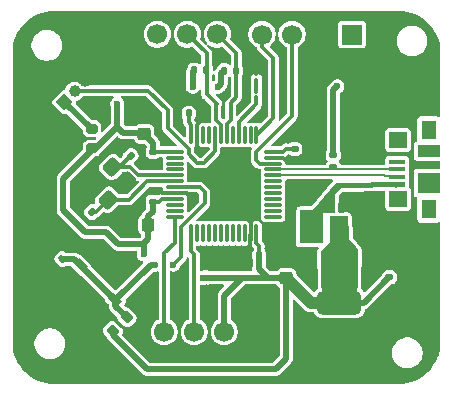
<source format=gbr>
%TF.GenerationSoftware,KiCad,Pcbnew,9.0.7-9.0.7~ubuntu24.04.1*%
%TF.CreationDate,2026-02-28T14:15:44+03:00*%
%TF.ProjectId,Kiicad_project,4b696963-6164-45f7-9072-6f6a6563742e,rev?*%
%TF.SameCoordinates,Original*%
%TF.FileFunction,Copper,L1,Top*%
%TF.FilePolarity,Positive*%
%FSLAX46Y46*%
G04 Gerber Fmt 4.6, Leading zero omitted, Abs format (unit mm)*
G04 Created by KiCad (PCBNEW 9.0.7-9.0.7~ubuntu24.04.1) date 2026-02-28 14:15:44*
%MOMM*%
%LPD*%
G01*
G04 APERTURE LIST*
G04 Aperture macros list*
%AMRoundRect*
0 Rectangle with rounded corners*
0 $1 Rounding radius*
0 $2 $3 $4 $5 $6 $7 $8 $9 X,Y pos of 4 corners*
0 Add a 4 corners polygon primitive as box body*
4,1,4,$2,$3,$4,$5,$6,$7,$8,$9,$2,$3,0*
0 Add four circle primitives for the rounded corners*
1,1,$1+$1,$2,$3*
1,1,$1+$1,$4,$5*
1,1,$1+$1,$6,$7*
1,1,$1+$1,$8,$9*
0 Add four rect primitives between the rounded corners*
20,1,$1+$1,$2,$3,$4,$5,0*
20,1,$1+$1,$4,$5,$6,$7,0*
20,1,$1+$1,$6,$7,$8,$9,0*
20,1,$1+$1,$8,$9,$2,$3,0*%
%AMRotRect*
0 Rectangle, with rotation*
0 The origin of the aperture is its center*
0 $1 length*
0 $2 width*
0 $3 Rotation angle, in degrees counterclockwise*
0 Add horizontal line*
21,1,$1,$2,0,0,$3*%
G04 Aperture macros list end*
%TA.AperFunction,SMDPad,CuDef*%
%ADD10RoundRect,0.100000X-0.100000X0.130000X-0.100000X-0.130000X0.100000X-0.130000X0.100000X0.130000X0*%
%TD*%
%TA.AperFunction,SMDPad,CuDef*%
%ADD11RoundRect,0.140000X-0.021213X0.219203X-0.219203X0.021213X0.021213X-0.219203X0.219203X-0.021213X0*%
%TD*%
%TA.AperFunction,SMDPad,CuDef*%
%ADD12RoundRect,0.147500X0.226274X0.017678X0.017678X0.226274X-0.226274X-0.017678X-0.017678X-0.226274X0*%
%TD*%
%TA.AperFunction,SMDPad,CuDef*%
%ADD13RotRect,1.050000X0.650000X135.000000*%
%TD*%
%TA.AperFunction,SMDPad,CuDef*%
%ADD14RoundRect,0.140000X-0.170000X0.140000X-0.170000X-0.140000X0.170000X-0.140000X0.170000X0.140000X0*%
%TD*%
%TA.AperFunction,SMDPad,CuDef*%
%ADD15RoundRect,0.250000X0.315000X-0.295000X0.315000X0.295000X-0.315000X0.295000X-0.315000X-0.295000X0*%
%TD*%
%TA.AperFunction,SMDPad,CuDef*%
%ADD16RoundRect,0.140000X0.140000X0.170000X-0.140000X0.170000X-0.140000X-0.170000X0.140000X-0.170000X0*%
%TD*%
%TA.AperFunction,SMDPad,CuDef*%
%ADD17RoundRect,0.135000X0.135000X0.185000X-0.135000X0.185000X-0.135000X-0.185000X0.135000X-0.185000X0*%
%TD*%
%TA.AperFunction,SMDPad,CuDef*%
%ADD18RoundRect,0.200000X0.053033X-0.335876X0.335876X-0.053033X-0.053033X0.335876X-0.335876X0.053033X0*%
%TD*%
%TA.AperFunction,SMDPad,CuDef*%
%ADD19RoundRect,0.200000X-0.275000X0.200000X-0.275000X-0.200000X0.275000X-0.200000X0.275000X0.200000X0*%
%TD*%
%TA.AperFunction,ComponentPad*%
%ADD20RotRect,1.000000X1.000000X135.000000*%
%TD*%
%TA.AperFunction,ComponentPad*%
%ADD21C,1.000000*%
%TD*%
%TA.AperFunction,SMDPad,CuDef*%
%ADD22RoundRect,0.250000X0.295000X0.315000X-0.295000X0.315000X-0.295000X-0.315000X0.295000X-0.315000X0*%
%TD*%
%TA.AperFunction,ComponentPad*%
%ADD23R,1.700000X1.700000*%
%TD*%
%TA.AperFunction,ComponentPad*%
%ADD24C,1.700000*%
%TD*%
%TA.AperFunction,SMDPad,CuDef*%
%ADD25RoundRect,0.140000X0.170000X-0.140000X0.170000X0.140000X-0.170000X0.140000X-0.170000X-0.140000X0*%
%TD*%
%TA.AperFunction,SMDPad,CuDef*%
%ADD26RoundRect,0.075000X-0.662500X-0.075000X0.662500X-0.075000X0.662500X0.075000X-0.662500X0.075000X0*%
%TD*%
%TA.AperFunction,SMDPad,CuDef*%
%ADD27RoundRect,0.075000X-0.075000X-0.662500X0.075000X-0.662500X0.075000X0.662500X-0.075000X0.662500X0*%
%TD*%
%TA.AperFunction,SMDPad,CuDef*%
%ADD28RoundRect,0.250000X-0.070711X-0.565685X0.565685X0.070711X0.070711X0.565685X-0.565685X-0.070711X0*%
%TD*%
%TA.AperFunction,SMDPad,CuDef*%
%ADD29RoundRect,0.375000X-0.375000X0.625000X-0.375000X-0.625000X0.375000X-0.625000X0.375000X0.625000X0*%
%TD*%
%TA.AperFunction,SMDPad,CuDef*%
%ADD30RoundRect,0.500000X-1.400000X0.500000X-1.400000X-0.500000X1.400000X-0.500000X1.400000X0.500000X0*%
%TD*%
%TA.AperFunction,SMDPad,CuDef*%
%ADD31RoundRect,0.135000X-0.135000X-0.185000X0.135000X-0.185000X0.135000X0.185000X-0.135000X0.185000X0*%
%TD*%
%TA.AperFunction,SMDPad,CuDef*%
%ADD32R,1.380000X0.450000*%
%TD*%
%TA.AperFunction,SMDPad,CuDef*%
%ADD33R,1.300000X1.650000*%
%TD*%
%TA.AperFunction,SMDPad,CuDef*%
%ADD34R,1.550000X1.425000*%
%TD*%
%TA.AperFunction,SMDPad,CuDef*%
%ADD35R,1.900000X1.800000*%
%TD*%
%TA.AperFunction,SMDPad,CuDef*%
%ADD36R,1.900000X1.000000*%
%TD*%
%TA.AperFunction,SMDPad,CuDef*%
%ADD37RoundRect,0.140000X-0.140000X-0.170000X0.140000X-0.170000X0.140000X0.170000X-0.140000X0.170000X0*%
%TD*%
%TA.AperFunction,SMDPad,CuDef*%
%ADD38RoundRect,0.135000X-0.185000X0.135000X-0.185000X-0.135000X0.185000X-0.135000X0.185000X0.135000X0*%
%TD*%
%TA.AperFunction,ViaPad*%
%ADD39C,0.600000*%
%TD*%
%TA.AperFunction,Conductor*%
%ADD40C,0.500000*%
%TD*%
%TA.AperFunction,Conductor*%
%ADD41C,0.300000*%
%TD*%
%TA.AperFunction,Conductor*%
%ADD42C,1.000000*%
%TD*%
%TA.AperFunction,Conductor*%
%ADD43C,1.600000*%
%TD*%
%TA.AperFunction,Conductor*%
%ADD44C,0.200000*%
%TD*%
G04 APERTURE END LIST*
D10*
%TO.P,R2,1*%
%TO.N,Net-(D1-A)*%
X70375000Y-67210000D03*
%TO.P,R2,2*%
%TO.N,Net-(U1-PB4)*%
X70375000Y-67850000D03*
%TD*%
D11*
%TO.P,C12,1*%
%TO.N,/NRST*%
X53939411Y-81460589D03*
%TO.P,C12,2*%
%TO.N,GND*%
X53260589Y-82139411D03*
%TD*%
D12*
%TO.P,C7,1*%
%TO.N,/OSC_IN*%
X59717947Y-72717947D03*
%TO.P,C7,2*%
%TO.N,GND*%
X59032053Y-72032053D03*
%TD*%
D13*
%TO.P,SW1,1,1*%
%TO.N,GND*%
X56904721Y-86459493D03*
X53970228Y-83525000D03*
%TO.P,SW1,2,2*%
%TO.N,/NRST*%
X58425000Y-84939214D03*
X55490507Y-82004721D03*
%TD*%
D14*
%TO.P,C4,1*%
%TO.N,+3.3V*%
X61625000Y-72375000D03*
%TO.P,C4,2*%
%TO.N,GND*%
X61625000Y-73335000D03*
%TD*%
D15*
%TO.P,C1,1*%
%TO.N,+3.3V*%
X60875000Y-70875000D03*
%TO.P,C1,2*%
%TO.N,GND*%
X60875000Y-69445000D03*
%TD*%
D16*
%TO.P,C2,1*%
%TO.N,+3.3V*%
X70605000Y-81125000D03*
%TO.P,C2,2*%
%TO.N,GND*%
X69645000Y-81125000D03*
%TD*%
D17*
%TO.P,R5,1*%
%TO.N,/I2C_SCL*%
X68659999Y-65500000D03*
%TO.P,R5,2*%
%TO.N,+3.3V*%
X67640001Y-65500000D03*
%TD*%
D18*
%TO.P,R3,1*%
%TO.N,+3.3V*%
X58216637Y-87558363D03*
%TO.P,R3,2*%
%TO.N,/NRST*%
X59383363Y-86391637D03*
%TD*%
D19*
%TO.P,R4,1*%
%TO.N,+3.3V*%
X56450000Y-70425000D03*
%TO.P,R4,2*%
X56450000Y-72075000D03*
%TD*%
D20*
%TO.P,J4,1,Pin_1*%
%TO.N,+3.3V*%
X54078949Y-68171051D03*
D21*
%TO.P,J4,2,Pin_2*%
%TO.N,/BOOT*%
X54976975Y-67273025D03*
%TO.P,J4,3,Pin_3*%
%TO.N,GND*%
X55875000Y-66375000D03*
%TD*%
D22*
%TO.P,C6,1*%
%TO.N,+3.3V*%
X61175000Y-78550000D03*
%TO.P,C6,2*%
%TO.N,GND*%
X59745000Y-78550000D03*
%TD*%
D23*
%TO.P,J3,1,Pin_1*%
%TO.N,GND*%
X59445001Y-62425000D03*
D24*
%TO.P,J3,2,Pin_2*%
%TO.N,+3.3V*%
X61985001Y-62425000D03*
%TO.P,J3,3,Pin_3*%
%TO.N,/I2C_SDA*%
X64525000Y-62425000D03*
%TO.P,J3,4,Pin_4*%
%TO.N,/I2C_SCL*%
X67065001Y-62425000D03*
%TD*%
D25*
%TO.P,C11,1*%
%TO.N,+3.3V*%
X81625000Y-83000000D03*
%TO.P,C11,2*%
%TO.N,GND*%
X81625000Y-82040000D03*
%TD*%
%TO.P,C9,1*%
%TO.N,+3.3V*%
X61625000Y-76605000D03*
%TO.P,C9,2*%
%TO.N,GND*%
X61625000Y-75645000D03*
%TD*%
D26*
%TO.P,U1,1,VBAT*%
%TO.N,+3.3V*%
X63462500Y-72375000D03*
%TO.P,U1,2,PC13*%
%TO.N,unconnected-(U1-PC13-Pad2)*%
X63462500Y-72875000D03*
%TO.P,U1,3,PC14*%
%TO.N,unconnected-(U1-PC14-Pad3)*%
X63462500Y-73375000D03*
%TO.P,U1,4,PC15*%
%TO.N,unconnected-(U1-PC15-Pad4)*%
X63462500Y-73875000D03*
%TO.P,U1,5,PD0*%
%TO.N,/OSC_IN*%
X63462500Y-74375000D03*
%TO.P,U1,6,PD1*%
%TO.N,/OSC_OUT*%
X63462500Y-74875000D03*
%TO.P,U1,7,NRST*%
%TO.N,/NRST*%
X63462500Y-75375000D03*
%TO.P,U1,8,VSSA*%
%TO.N,GND*%
X63462500Y-75875000D03*
%TO.P,U1,9,VDDA*%
%TO.N,+3.3V*%
X63462500Y-76375000D03*
%TO.P,U1,10,PA0*%
%TO.N,unconnected-(U1-PA0-Pad10)*%
X63462500Y-76875000D03*
%TO.P,U1,11,PA1*%
%TO.N,unconnected-(U1-PA1-Pad11)*%
X63462500Y-77375000D03*
%TO.P,U1,12,PA2*%
%TO.N,/UART_TX*%
X63462500Y-77875000D03*
D27*
%TO.P,U1,13,PA3*%
%TO.N,/UART_RX*%
X64875000Y-79287500D03*
%TO.P,U1,14,PA4*%
%TO.N,unconnected-(U1-PA4-Pad14)*%
X65375000Y-79287500D03*
%TO.P,U1,15,PA5*%
%TO.N,unconnected-(U1-PA5-Pad15)*%
X65875000Y-79287500D03*
%TO.P,U1,16,PA6*%
%TO.N,unconnected-(U1-PA6-Pad16)*%
X66375000Y-79287500D03*
%TO.P,U1,17,PA7*%
%TO.N,unconnected-(U1-PA7-Pad17)*%
X66875000Y-79287500D03*
%TO.P,U1,18,PB0*%
%TO.N,unconnected-(U1-PB0-Pad18)*%
X67375000Y-79287500D03*
%TO.P,U1,19,PB1*%
%TO.N,unconnected-(U1-PB1-Pad19)*%
X67875000Y-79287500D03*
%TO.P,U1,20,PB2*%
%TO.N,unconnected-(U1-PB2-Pad20)*%
X68375000Y-79287500D03*
%TO.P,U1,21,PB10*%
%TO.N,unconnected-(U1-PB10-Pad21)*%
X68875000Y-79287500D03*
%TO.P,U1,22,PB11*%
%TO.N,unconnected-(U1-PB11-Pad22)*%
X69375000Y-79287500D03*
%TO.P,U1,23,VSS*%
%TO.N,GND*%
X69875000Y-79287500D03*
%TO.P,U1,24,VDD*%
%TO.N,+3.3V*%
X70375000Y-79287500D03*
D26*
%TO.P,U1,25,PB12*%
%TO.N,unconnected-(U1-PB12-Pad25)*%
X71787500Y-77875000D03*
%TO.P,U1,26,PB13*%
%TO.N,unconnected-(U1-PB13-Pad26)*%
X71787500Y-77375000D03*
%TO.P,U1,27,PB14*%
%TO.N,unconnected-(U1-PB14-Pad27)*%
X71787500Y-76875000D03*
%TO.P,U1,28,PB15*%
%TO.N,unconnected-(U1-PB15-Pad28)*%
X71787500Y-76375000D03*
%TO.P,U1,29,PA8*%
%TO.N,unconnected-(U1-PA8-Pad29)*%
X71787500Y-75875000D03*
%TO.P,U1,30,PA9*%
%TO.N,unconnected-(U1-PA9-Pad30)*%
X71787500Y-75375000D03*
%TO.P,U1,31,PA10*%
%TO.N,unconnected-(U1-PA10-Pad31)*%
X71787500Y-74875000D03*
%TO.P,U1,32,PA11*%
%TO.N,/USB_MICRO-*%
X71787500Y-74375000D03*
%TO.P,U1,33,PA12*%
%TO.N,/USB_MICRO+*%
X71787500Y-73875000D03*
%TO.P,U1,34,PA13*%
%TO.N,/SWDIO*%
X71787500Y-73375000D03*
%TO.P,U1,35,VSS*%
%TO.N,GND*%
X71787500Y-72875000D03*
%TO.P,U1,36,VDD*%
%TO.N,+3.3V*%
X71787500Y-72375000D03*
D27*
%TO.P,U1,37,PA14*%
%TO.N,/SWCLK*%
X70375000Y-70962500D03*
%TO.P,U1,38,PA15*%
%TO.N,unconnected-(U1-PA15-Pad38)*%
X69875000Y-70962500D03*
%TO.P,U1,39,PB3*%
%TO.N,unconnected-(U1-PB3-Pad39)*%
X69375000Y-70962500D03*
%TO.P,U1,40,PB4*%
%TO.N,Net-(U1-PB4)*%
X68875000Y-70962500D03*
%TO.P,U1,41,PB5*%
%TO.N,unconnected-(U1-PB5-Pad41)*%
X68375000Y-70962500D03*
%TO.P,U1,42,PB6*%
%TO.N,/I2C_SCL*%
X67875000Y-70962500D03*
%TO.P,U1,43,PB7*%
%TO.N,/I2C_SDA*%
X67375000Y-70962500D03*
%TO.P,U1,44,BOOT0*%
%TO.N,/BOOT*%
X66875000Y-70962500D03*
%TO.P,U1,45,PB8*%
%TO.N,unconnected-(U1-PB8-Pad45)*%
X66375000Y-70962500D03*
%TO.P,U1,46,PB9*%
%TO.N,unconnected-(U1-PB9-Pad46)*%
X65875000Y-70962500D03*
%TO.P,U1,47,VSS*%
%TO.N,GND*%
X65375000Y-70962500D03*
%TO.P,U1,48,VDD*%
%TO.N,+3.3V*%
X64875000Y-70962500D03*
%TD*%
D23*
%TO.P,J2,1,Pin_1*%
%TO.N,GND*%
X70185000Y-87625000D03*
D24*
%TO.P,J2,2,Pin_2*%
%TO.N,+3.3V*%
X67645000Y-87625000D03*
%TO.P,J2,3,Pin_3*%
%TO.N,/UART_RX*%
X65105001Y-87625000D03*
%TO.P,J2,4,Pin_4*%
%TO.N,/UART_TX*%
X62565000Y-87625000D03*
%TD*%
D14*
%TO.P,C3,1*%
%TO.N,+3.3V*%
X73625000Y-72145000D03*
%TO.P,C3,2*%
%TO.N,GND*%
X73625000Y-73105000D03*
%TD*%
D12*
%TO.P,C13,1*%
%TO.N,/OSC_OUT*%
X56467947Y-77467947D03*
%TO.P,C13,2*%
%TO.N,GND*%
X55782053Y-76782053D03*
%TD*%
D28*
%TO.P,Y1,1,1*%
%TO.N,/OSC_OUT*%
X57819365Y-76430635D03*
%TO.P,Y1,2,2*%
%TO.N,GND*%
X59375000Y-74875000D03*
%TO.P,Y1,3,3*%
%TO.N,/OSC_IN*%
X58172919Y-73672919D03*
%TO.P,Y1,4*%
%TO.N,GND*%
X56617284Y-75228554D03*
%TD*%
D29*
%TO.P,U2,1,GND*%
%TO.N,GND*%
X79675000Y-78854999D03*
%TO.P,U2,2,VO*%
%TO.N,+3.3V*%
X77375000Y-78855000D03*
D30*
X77375000Y-85154998D03*
D29*
%TO.P,U2,3,VI*%
%TO.N,VBUS*%
X75075000Y-78854999D03*
%TD*%
D15*
%TO.P,C10,1*%
%TO.N,+3.3V*%
X72900000Y-83065000D03*
%TO.P,C10,2*%
%TO.N,GND*%
X72900000Y-81635000D03*
%TD*%
D31*
%TO.P,R6,1*%
%TO.N,+3.3V*%
X65115001Y-65475000D03*
%TO.P,R6,2*%
%TO.N,/I2C_SDA*%
X66134999Y-65475000D03*
%TD*%
D32*
%TO.P,J1,1,VBUS*%
%TO.N,VBUS*%
X82290000Y-75175000D03*
%TO.P,J1,2,D-*%
%TO.N,/USB_MICRO-*%
X82290001Y-74525000D03*
%TO.P,J1,3,D+*%
%TO.N,/USB_MICRO+*%
X82290000Y-73875000D03*
%TO.P,J1,4,ID*%
%TO.N,unconnected-(J1-ID-Pad4)*%
X82290001Y-73225000D03*
%TO.P,J1,5,GND*%
%TO.N,GND*%
X82290000Y-72575000D03*
D33*
%TO.P,J1,6,Shield*%
%TO.N,unconnected-(J1-Shield-Pad6)_3*%
X84950001Y-77250000D03*
D34*
%TO.N,unconnected-(J1-Shield-Pad6)_5*%
X82375000Y-76362500D03*
D35*
%TO.N,unconnected-(J1-Shield-Pad6)_1*%
X84950000Y-75025000D03*
D36*
%TO.N,unconnected-(J1-Shield-Pad6)*%
X84950001Y-72325000D03*
D34*
%TO.N,unconnected-(J1-Shield-Pad6)_4*%
X82375000Y-71387500D03*
D33*
%TO.N,unconnected-(J1-Shield-Pad6)_2*%
X84950001Y-70500000D03*
%TD*%
D37*
%TO.P,C5,1*%
%TO.N,+3.3V*%
X64645000Y-69125000D03*
%TO.P,C5,2*%
%TO.N,GND*%
X65605000Y-69125000D03*
%TD*%
D10*
%TO.P,D1,1,K*%
%TO.N,GND*%
X70375000Y-65710000D03*
%TO.P,D1,2,A*%
%TO.N,Net-(D1-A)*%
X70375000Y-66350000D03*
%TD*%
D23*
%TO.P,J5,1,Pin_1*%
%TO.N,+3.3V*%
X78465000Y-62450000D03*
D24*
%TO.P,J5,2,Pin_2*%
%TO.N,GND*%
X75925000Y-62450000D03*
%TO.P,J5,3,Pin_3*%
%TO.N,/SWDIO*%
X73385001Y-62450000D03*
%TO.P,J5,4,Pin_4*%
%TO.N,/SWCLK*%
X70845000Y-62450000D03*
%TD*%
D38*
%TO.P,R1,1*%
%TO.N,+3.3V*%
X76875000Y-72690001D03*
%TO.P,R1,2*%
%TO.N,/USB_MICRO+*%
X76875000Y-73709999D03*
%TD*%
D37*
%TO.P,C8,1*%
%TO.N,VBUS*%
X76665000Y-76855000D03*
%TO.P,C8,2*%
%TO.N,GND*%
X77625000Y-76855000D03*
%TD*%
D39*
%TO.N,GND*%
X79050000Y-76825000D03*
X75875000Y-64700000D03*
X51800000Y-70850000D03*
X59775000Y-77275000D03*
X68750000Y-81200000D03*
%TO.N,+3.3V*%
X58600000Y-68325000D03*
X65000001Y-66875000D03*
X67125001Y-66875000D03*
X77225000Y-66825000D03*
X65865000Y-83065000D03*
X60825000Y-81050000D03*
%TO.N,GND*%
X79950000Y-81475000D03*
X70375000Y-65125000D03*
X65050000Y-76450000D03*
X58175000Y-78275000D03*
X75100000Y-73100000D03*
X67325000Y-75500000D03*
X80600000Y-82100000D03*
X55025000Y-76150000D03*
X79875000Y-80550000D03*
X59375000Y-64950000D03*
X69850000Y-77875000D03*
X65675000Y-72325000D03*
X60875000Y-73375000D03*
X68900000Y-73825000D03*
X54100000Y-79525000D03*
X55600000Y-74375000D03*
X80000000Y-67500000D03*
X80000000Y-72625000D03*
X70400000Y-84850000D03*
X81675000Y-80600000D03*
X68550000Y-76725000D03*
X69900000Y-75200000D03*
X57996142Y-75051777D03*
%TO.N,/NRST*%
X61800000Y-81925000D03*
X63350000Y-81925000D03*
%TD*%
D40*
%TO.N,+3.3V*%
X58216637Y-87558363D02*
X58216637Y-87891637D01*
X58216637Y-87891637D02*
X61125000Y-90800000D01*
%TO.N,/NRST*%
X58425000Y-84939214D02*
X54946375Y-81460589D01*
X54946375Y-81460589D02*
X53939411Y-81460589D01*
X58425000Y-84939214D02*
X58425000Y-85433274D01*
X58425000Y-85433274D02*
X59383363Y-86391637D01*
X61800000Y-81925000D02*
X61439214Y-81925000D01*
X61439214Y-81925000D02*
X58425000Y-84939214D01*
D41*
%TO.N,GND*%
X69875000Y-79287500D02*
X69875000Y-77900000D01*
X69875000Y-77900000D02*
X69850000Y-77875000D01*
D40*
%TO.N,+3.3V*%
X65000001Y-65590000D02*
X65115001Y-65475000D01*
D41*
X70605000Y-80395000D02*
X70605000Y-81125000D01*
D40*
X61575000Y-77450000D02*
X61575000Y-76655000D01*
X61625000Y-71625000D02*
X60875000Y-70875000D01*
X61625000Y-72375000D02*
X61625000Y-71625000D01*
D41*
X72625000Y-72375000D02*
X72875000Y-72125000D01*
D40*
X71365000Y-83065000D02*
X69135000Y-83065000D01*
X54025000Y-74650000D02*
X56600000Y-72075000D01*
D41*
X64875000Y-70125000D02*
X64625000Y-69875000D01*
D40*
X71365000Y-83065000D02*
X70575000Y-82275000D01*
X54025000Y-77350000D02*
X54025000Y-74650000D01*
D41*
X62125000Y-76625000D02*
X62105000Y-76605000D01*
D40*
X81625000Y-83000000D02*
X79470002Y-85154998D01*
X56500000Y-70550000D02*
X54121051Y-68171051D01*
X67400001Y-66600000D02*
X67400001Y-65740000D01*
X60800000Y-80175000D02*
X61175000Y-79800000D01*
X60825000Y-81050000D02*
X60825000Y-80200000D01*
X56450000Y-72075000D02*
X56750000Y-72075000D01*
X76875000Y-67175000D02*
X76875000Y-72615001D01*
D41*
X63462500Y-76375000D02*
X62375000Y-76375000D01*
X72875000Y-72125000D02*
X72895000Y-72145000D01*
D40*
X79470002Y-85154998D02*
X77375000Y-85154998D01*
X72900000Y-83065000D02*
X72900000Y-89900000D01*
D41*
X70625000Y-80375000D02*
X70605000Y-80395000D01*
D40*
X67645000Y-84555000D02*
X67645000Y-87625000D01*
D41*
X62105000Y-76605000D02*
X61625000Y-76605000D01*
X70375000Y-80125000D02*
X70625000Y-80375000D01*
X64645000Y-69855000D02*
X64645000Y-69125000D01*
D40*
X67400001Y-65740000D02*
X67640001Y-65500000D01*
X72900000Y-83065000D02*
X71365000Y-83065000D01*
D42*
X74989998Y-85154998D02*
X72900000Y-83065000D01*
D41*
X71787500Y-72375000D02*
X72625000Y-72375000D01*
D40*
X54078949Y-68178949D02*
X54078949Y-68171051D01*
X67125001Y-66875000D02*
X67400001Y-66600000D01*
X70605000Y-82245000D02*
X70605000Y-81125000D01*
D41*
X64625000Y-69875000D02*
X64645000Y-69855000D01*
D40*
X55875000Y-79200000D02*
X54025000Y-77350000D01*
D43*
X77375000Y-78855000D02*
X77375000Y-85154998D01*
D40*
X60825000Y-80200000D02*
X60800000Y-80175000D01*
X57650000Y-79200000D02*
X55875000Y-79200000D01*
X61175000Y-79800000D02*
X61175000Y-78550000D01*
X72900000Y-89900000D02*
X72000000Y-90800000D01*
D41*
X62375000Y-76375000D02*
X62125000Y-76625000D01*
D40*
X61575000Y-76655000D02*
X61625000Y-76605000D01*
X58575000Y-70250000D02*
X58575000Y-68350000D01*
X61175000Y-78550000D02*
X61175000Y-77850000D01*
X58650000Y-80200000D02*
X57650000Y-79200000D01*
X70575000Y-82275000D02*
X70605000Y-82245000D01*
X65000001Y-66875000D02*
X65000001Y-65590000D01*
X56750000Y-72075000D02*
X58575000Y-70250000D01*
X60825000Y-80200000D02*
X58650000Y-80200000D01*
X54121051Y-68171051D02*
X54078949Y-68171051D01*
X61175000Y-77850000D02*
X61575000Y-77450000D01*
X72000000Y-90800000D02*
X61125000Y-90800000D01*
X60750000Y-70750000D02*
X60875000Y-70875000D01*
X77225000Y-66825000D02*
X76875000Y-67175000D01*
X65865000Y-83065000D02*
X72900000Y-83065000D01*
X59075000Y-70750000D02*
X60750000Y-70750000D01*
X58575000Y-68350000D02*
X58600000Y-68325000D01*
X58575000Y-70250000D02*
X59075000Y-70750000D01*
X69135000Y-83065000D02*
X67645000Y-84555000D01*
D41*
X70375000Y-79287500D02*
X70375000Y-80125000D01*
X72895000Y-72145000D02*
X73625000Y-72145000D01*
X63462500Y-72375000D02*
X61625000Y-72375000D01*
X64875000Y-70962500D02*
X64875000Y-70125000D01*
D42*
X77375000Y-85154998D02*
X74989998Y-85154998D01*
D41*
%TO.N,GND*%
X65675000Y-72325000D02*
X65375000Y-72025000D01*
D40*
X60875000Y-73375000D02*
X60915000Y-73335000D01*
D41*
X62125000Y-75625000D02*
X62105000Y-75645000D01*
X70375000Y-65710000D02*
X70375000Y-65125000D01*
X62105000Y-75645000D02*
X61625000Y-75645000D01*
X62375000Y-75875000D02*
X62125000Y-75625000D01*
X63462500Y-75875000D02*
X62375000Y-75875000D01*
X63462500Y-75875000D02*
X64475000Y-75875000D01*
X69855000Y-79402500D02*
X69855000Y-80240000D01*
X69855000Y-80240000D02*
X69605000Y-80490000D01*
X69625000Y-80510000D02*
X69625000Y-81240000D01*
X65375000Y-72025000D02*
X65375000Y-70962500D01*
D40*
X60915000Y-73335000D02*
X61625000Y-73335000D01*
D41*
X71787500Y-72875000D02*
X72625000Y-72875000D01*
X72625000Y-72875000D02*
X72875000Y-73125000D01*
X72875000Y-73125000D02*
X73605000Y-73125000D01*
X73605000Y-73125000D02*
X73625000Y-73105000D01*
X64475000Y-75875000D02*
X65050000Y-76450000D01*
X65375000Y-70121880D02*
X65605000Y-69891880D01*
X65605000Y-69891880D02*
X65605000Y-69125000D01*
X65375000Y-70962500D02*
X65375000Y-70121880D01*
%TO.N,/OSC_IN*%
X58762975Y-73672919D02*
X58172919Y-73672919D01*
X59659259Y-73672919D02*
X58172919Y-73672919D01*
X63462500Y-74375000D02*
X60361340Y-74375000D01*
X60361340Y-74375000D02*
X59659259Y-73672919D01*
X59717947Y-72717947D02*
X58762975Y-73672919D01*
D40*
%TO.N,VBUS*%
X76665000Y-76855000D02*
X76675000Y-76845000D01*
D41*
X82215000Y-75250000D02*
X82290000Y-75175000D01*
%TO.N,/NRST*%
X65575000Y-75375000D02*
X63462500Y-75375000D01*
X64025000Y-78725000D02*
X66000000Y-76750000D01*
X64025000Y-81250000D02*
X64025000Y-78725000D01*
X66000000Y-75800000D02*
X65575000Y-75375000D01*
X63350000Y-81925000D02*
X64025000Y-81250000D01*
X61800000Y-81975000D02*
X61800000Y-81925000D01*
X66000000Y-76750000D02*
X66000000Y-75800000D01*
%TO.N,/OSC_OUT*%
X63462500Y-74875000D02*
X61130870Y-74875000D01*
X56782053Y-77467947D02*
X57819365Y-76430635D01*
X59575235Y-76430635D02*
X57819365Y-76430635D01*
X61130870Y-74875000D02*
X59575235Y-76430635D01*
X56467947Y-77467947D02*
X56782053Y-77467947D01*
%TO.N,Net-(D1-A)*%
X70375000Y-67210000D02*
X70375000Y-66350000D01*
D44*
%TO.N,/USB_MICRO-*%
X81299000Y-74325001D02*
X71837499Y-74325001D01*
X71837499Y-74325001D02*
X71787500Y-74375000D01*
X82290001Y-74525000D02*
X82166001Y-74401000D01*
X82166001Y-74401000D02*
X81299000Y-74401000D01*
X81299000Y-74401000D02*
X81299000Y-74325001D01*
%TO.N,/USB_MICRO+*%
X82290000Y-73875000D02*
X71787500Y-73875000D01*
D41*
%TO.N,/UART_TX*%
X62565000Y-87625000D02*
X62565000Y-80985000D01*
X63462500Y-80087500D02*
X63462500Y-77875000D01*
X62565000Y-80985000D02*
X63462500Y-80087500D01*
%TO.N,/UART_RX*%
X64800000Y-79362500D02*
X64875000Y-79287500D01*
X65105001Y-87625000D02*
X65105001Y-81055001D01*
X64800000Y-80750000D02*
X64800000Y-79362500D01*
X65105001Y-81055001D02*
X64800000Y-80750000D01*
%TO.N,/BOOT*%
X64625000Y-72575000D02*
X65375000Y-73325000D01*
X62850000Y-68850000D02*
X62850000Y-70375000D01*
X64625000Y-72150000D02*
X64625000Y-72575000D01*
X66875000Y-72350000D02*
X66875000Y-70962500D01*
X54976975Y-67273025D02*
X55050000Y-67200000D01*
X65375000Y-73325000D02*
X65900000Y-73325000D01*
X65900000Y-73325000D02*
X66875000Y-72350000D01*
X62850000Y-70375000D02*
X64625000Y-72150000D01*
X55050000Y-67200000D02*
X61200000Y-67200000D01*
%TO.N,Net-(U1-PB4)*%
X70375000Y-68375000D02*
X70375000Y-67850000D01*
X68875000Y-69875000D02*
X70375000Y-68375000D01*
X68875000Y-70962500D02*
X68875000Y-69875000D01*
%TO.N,/SWDIO*%
X71787500Y-73375000D02*
X70650000Y-73375000D01*
X73400000Y-69375000D02*
X73400000Y-62464999D01*
X70375000Y-73100000D02*
X70375000Y-72400000D01*
X70650000Y-73375000D02*
X70375000Y-73100000D01*
X70375000Y-72400000D02*
X73400000Y-69375000D01*
X73400000Y-62464999D02*
X73385001Y-62450000D01*
%TO.N,/SWCLK*%
X71800000Y-64475000D02*
X70845000Y-63520000D01*
X71800000Y-69550000D02*
X71800000Y-64475000D01*
X70375000Y-70962500D02*
X70387500Y-70962500D01*
X70845000Y-63520000D02*
X70845000Y-62450000D01*
X70387500Y-70962500D02*
X71800000Y-69550000D01*
%TO.N,/I2C_SCL*%
X68675000Y-64034999D02*
X67065001Y-62425000D01*
X68200000Y-69725000D02*
X68200000Y-68250000D01*
X68675000Y-67775000D02*
X68675000Y-64034999D01*
X67875000Y-70962500D02*
X67875000Y-70050000D01*
X67875000Y-70050000D02*
X68200000Y-69725000D01*
X68200000Y-68250000D02*
X68675000Y-67775000D01*
%TO.N,/I2C_SDA*%
X66950000Y-69675000D02*
X66950000Y-68350000D01*
X66950000Y-68350000D02*
X67000000Y-68300000D01*
X67375000Y-70962500D02*
X67375000Y-70100000D01*
X67000000Y-68300000D02*
X66225000Y-67525000D01*
X66150000Y-64050000D02*
X64525000Y-62425000D01*
X66225000Y-67525000D02*
X66150000Y-67525000D01*
X66150000Y-67525000D02*
X66150000Y-64050000D01*
X67375000Y-70100000D02*
X66950000Y-69675000D01*
%TO.N,/BOOT*%
X61200000Y-67200000D02*
X62850000Y-68850000D01*
%TD*%
%TA.AperFunction,Conductor*%
%TO.N,+3.3V*%
G36*
X78122234Y-77828413D02*
G01*
X78125710Y-77835930D01*
X78231450Y-79464316D01*
X78250001Y-79750000D01*
X78615386Y-80225000D01*
X78997549Y-80721813D01*
X78999932Y-80729020D01*
X78950011Y-83674359D01*
X78949918Y-83675636D01*
X78651323Y-85989752D01*
X78646942Y-85997385D01*
X78639671Y-85999777D01*
X76334201Y-85950197D01*
X76326143Y-85946655D01*
X76323177Y-85940982D01*
X75875207Y-83726019D01*
X75874982Y-83723953D01*
X75825085Y-80829878D01*
X75828312Y-80821691D01*
X75828404Y-80821596D01*
X76425001Y-80225000D01*
X76575001Y-80050000D01*
X76575001Y-77861316D01*
X76578369Y-77853184D01*
X76586314Y-77849817D01*
X78114050Y-77825176D01*
X78122234Y-77828413D01*
G37*
%TD.AperFunction*%
%TD*%
%TA.AperFunction,Conductor*%
%TO.N,VBUS*%
G36*
X82971633Y-74953868D02*
G01*
X82975001Y-74962000D01*
X82975001Y-75388604D01*
X82971633Y-75396736D01*
X82963607Y-75400104D01*
X77525000Y-75450000D01*
X77025001Y-75975000D01*
X77000183Y-77513686D01*
X76996685Y-77521762D01*
X76988685Y-77525000D01*
X76050001Y-77525000D01*
X76050001Y-77525001D01*
X76050001Y-80113500D01*
X76046633Y-80121632D01*
X76038501Y-80125000D01*
X74036604Y-80125000D01*
X74028472Y-80121632D01*
X74025104Y-80113500D01*
X74025104Y-80113398D01*
X74048010Y-77525000D01*
X74049902Y-77311151D01*
X74053343Y-77303051D01*
X74061150Y-77299757D01*
X75200001Y-77275000D01*
X77141596Y-75003981D01*
X77149439Y-74999990D01*
X77150234Y-74999955D01*
X82916701Y-74950500D01*
X82963501Y-74950500D01*
X82971633Y-74953868D01*
G37*
%TD.AperFunction*%
%TD*%
%TA.AperFunction,Conductor*%
%TO.N,GND*%
G36*
X69668478Y-71978672D02*
G01*
X69691375Y-71989866D01*
X69764364Y-72000500D01*
X69764367Y-72000500D01*
X69913986Y-72000500D01*
X69972177Y-72019407D01*
X70008141Y-72068907D01*
X70008141Y-72130093D01*
X69999722Y-72149001D01*
X69955201Y-72226112D01*
X69948712Y-72250324D01*
X69948713Y-72250325D01*
X69924500Y-72340691D01*
X69924500Y-73159311D01*
X69941410Y-73222417D01*
X69941410Y-73222419D01*
X69941411Y-73222419D01*
X69941411Y-73222420D01*
X69955201Y-73273887D01*
X69955202Y-73273889D01*
X69955203Y-73273892D01*
X70014507Y-73376609D01*
X70014511Y-73376614D01*
X70373386Y-73735490D01*
X70476113Y-73794799D01*
X70500326Y-73801286D01*
X70590691Y-73825500D01*
X70658222Y-73825500D01*
X70665849Y-73826697D01*
X70686577Y-73837222D01*
X70708691Y-73844407D01*
X70713345Y-73850813D01*
X70720405Y-73854398D01*
X70730987Y-73875095D01*
X70744655Y-73893907D01*
X70746471Y-73905379D01*
X70748259Y-73908875D01*
X70747645Y-73912787D01*
X70749500Y-73924500D01*
X70749500Y-73985636D01*
X70760134Y-74058625D01*
X70771326Y-74081520D01*
X70771327Y-74081521D01*
X70779896Y-74142104D01*
X70771327Y-74168478D01*
X70760134Y-74191375D01*
X70749500Y-74264364D01*
X70749500Y-74485636D01*
X70760134Y-74558625D01*
X70771326Y-74581520D01*
X70771327Y-74581521D01*
X70779896Y-74642104D01*
X70771327Y-74668478D01*
X70760134Y-74691375D01*
X70749500Y-74764364D01*
X70749500Y-74985636D01*
X70760134Y-75058625D01*
X70771326Y-75081520D01*
X70771327Y-75081521D01*
X70779896Y-75142104D01*
X70771327Y-75168478D01*
X70760134Y-75191375D01*
X70749500Y-75264364D01*
X70749500Y-75485636D01*
X70760134Y-75558625D01*
X70771326Y-75581520D01*
X70771327Y-75581521D01*
X70779896Y-75642104D01*
X70771327Y-75668478D01*
X70760134Y-75691375D01*
X70749500Y-75764364D01*
X70749500Y-75985636D01*
X70760134Y-76058625D01*
X70771326Y-76081520D01*
X70771327Y-76081521D01*
X70779896Y-76142104D01*
X70771327Y-76168478D01*
X70769588Y-76172035D01*
X70760135Y-76191373D01*
X70760134Y-76191375D01*
X70749500Y-76264364D01*
X70749500Y-76485636D01*
X70760134Y-76558625D01*
X70771326Y-76581520D01*
X70771327Y-76581521D01*
X70779896Y-76642104D01*
X70771327Y-76668478D01*
X70760134Y-76691375D01*
X70749500Y-76764364D01*
X70749500Y-76985636D01*
X70760134Y-77058625D01*
X70771326Y-77081520D01*
X70771327Y-77081521D01*
X70779896Y-77142104D01*
X70771327Y-77168478D01*
X70769588Y-77172035D01*
X70765634Y-77180125D01*
X70760134Y-77191375D01*
X70749500Y-77264364D01*
X70749500Y-77485636D01*
X70760134Y-77558625D01*
X70771326Y-77581520D01*
X70771327Y-77581521D01*
X70779896Y-77642104D01*
X70771327Y-77668478D01*
X70769588Y-77672035D01*
X70761777Y-77688015D01*
X70760134Y-77691375D01*
X70749500Y-77764364D01*
X70749500Y-77985636D01*
X70758007Y-78044027D01*
X70760134Y-78058626D01*
X70790070Y-78119860D01*
X70815174Y-78171211D01*
X70903789Y-78259826D01*
X71016375Y-78314866D01*
X71089364Y-78325500D01*
X71089367Y-78325500D01*
X72485632Y-78325500D01*
X72485636Y-78325500D01*
X72558625Y-78314866D01*
X72671211Y-78259826D01*
X72759826Y-78171211D01*
X72814866Y-78058625D01*
X72825500Y-77985636D01*
X72825500Y-77764364D01*
X72814866Y-77691375D01*
X72803672Y-77668479D01*
X72795102Y-77607898D01*
X72803673Y-77581520D01*
X72814866Y-77558625D01*
X72825500Y-77485636D01*
X72825500Y-77264364D01*
X72814866Y-77191375D01*
X72803672Y-77168479D01*
X72795102Y-77107898D01*
X72803673Y-77081520D01*
X72814866Y-77058625D01*
X72825500Y-76985636D01*
X72825500Y-76764364D01*
X72814866Y-76691375D01*
X72803672Y-76668479D01*
X72795102Y-76607898D01*
X72803673Y-76581520D01*
X72804133Y-76580579D01*
X72814866Y-76558625D01*
X72825500Y-76485636D01*
X72825500Y-76264364D01*
X72814866Y-76191375D01*
X72803672Y-76168479D01*
X72795102Y-76107898D01*
X72803673Y-76081520D01*
X72805008Y-76078789D01*
X72814866Y-76058625D01*
X72825500Y-75985636D01*
X72825500Y-75764364D01*
X72814866Y-75691375D01*
X72803672Y-75668479D01*
X72795102Y-75607898D01*
X72803673Y-75581520D01*
X72804412Y-75580009D01*
X72814866Y-75558625D01*
X72825500Y-75485636D01*
X72825500Y-75264364D01*
X72814866Y-75191375D01*
X72803672Y-75168479D01*
X72795102Y-75107898D01*
X72803673Y-75081520D01*
X72814866Y-75058625D01*
X72825500Y-74985636D01*
X72825500Y-74824501D01*
X72844407Y-74766310D01*
X72893907Y-74730346D01*
X72924500Y-74725501D01*
X76762862Y-74725501D01*
X76821053Y-74744408D01*
X76857017Y-74793908D01*
X76857017Y-74855094D01*
X76838110Y-74888833D01*
X76786918Y-74948712D01*
X75085448Y-76938862D01*
X75033263Y-76970805D01*
X75012352Y-76973506D01*
X74929988Y-76975296D01*
X74054510Y-76994329D01*
X74052088Y-76994391D01*
X73942385Y-77018286D01*
X73934583Y-77021579D01*
X73926022Y-77025345D01*
X73926021Y-77025346D01*
X73834301Y-77090093D01*
X73834300Y-77090094D01*
X73772165Y-77183597D01*
X73772164Y-77183598D01*
X73768716Y-77191713D01*
X73766020Y-77198271D01*
X73766019Y-77198273D01*
X73766019Y-77198275D01*
X73744414Y-77308448D01*
X73744413Y-77308454D01*
X73719616Y-80110671D01*
X73719604Y-80113394D01*
X73719604Y-80113544D01*
X73719684Y-80120538D01*
X73719684Y-80120542D01*
X73733080Y-80184058D01*
X73736677Y-80201112D01*
X73742854Y-80230396D01*
X73742854Y-80230397D01*
X73746231Y-80238553D01*
X73751930Y-80251458D01*
X73751931Y-80251459D01*
X73751933Y-80251463D01*
X73817507Y-80342594D01*
X73911574Y-80403882D01*
X73919706Y-80407250D01*
X73926245Y-80409870D01*
X74036604Y-80430500D01*
X75548451Y-80430500D01*
X75606642Y-80449407D01*
X75642606Y-80498907D01*
X75642606Y-80560093D01*
X75618456Y-80599501D01*
X75612383Y-80605575D01*
X75612294Y-80605664D01*
X75609016Y-80608996D01*
X75608946Y-80609068D01*
X75608854Y-80609163D01*
X75603756Y-80614557D01*
X75603754Y-80614559D01*
X75603753Y-80614561D01*
X75544094Y-80709661D01*
X75540881Y-80717813D01*
X75538354Y-80724449D01*
X75519630Y-80835136D01*
X75519629Y-80835145D01*
X75569525Y-83729182D01*
X75569528Y-83729237D01*
X75571277Y-83757018D01*
X75571503Y-83759095D01*
X75571505Y-83759108D01*
X75575772Y-83786592D01*
X75575774Y-83786604D01*
X75593406Y-83873786D01*
X75586409Y-83934570D01*
X75549043Y-83977235D01*
X75472743Y-84025177D01*
X75345182Y-84152738D01*
X75324265Y-84186027D01*
X75277296Y-84225238D01*
X75216249Y-84229353D01*
X75170436Y-84203358D01*
X73794496Y-82827418D01*
X73766719Y-82772901D01*
X73765500Y-82757414D01*
X73765500Y-82726899D01*
X73765499Y-82726893D01*
X73754877Y-82638436D01*
X73717636Y-82544000D01*
X73699362Y-82497660D01*
X73699361Y-82497659D01*
X73699361Y-82497658D01*
X73607922Y-82377078D01*
X73487342Y-82285639D01*
X73487341Y-82285638D01*
X73487339Y-82285637D01*
X73346565Y-82230123D01*
X73258106Y-82219500D01*
X73258102Y-82219500D01*
X72541898Y-82219500D01*
X72541893Y-82219500D01*
X72453434Y-82230123D01*
X72312660Y-82285637D01*
X72312656Y-82285640D01*
X72192081Y-82377075D01*
X72192074Y-82377082D01*
X72117578Y-82475320D01*
X72067352Y-82510262D01*
X72038695Y-82514500D01*
X71634033Y-82514500D01*
X71575842Y-82495593D01*
X71564029Y-82485504D01*
X71184496Y-82105971D01*
X71156719Y-82051454D01*
X71155500Y-82035967D01*
X71155500Y-81472400D01*
X71161056Y-81439702D01*
X71168399Y-81418716D01*
X71182710Y-81377819D01*
X71185500Y-81348066D01*
X71185500Y-80901934D01*
X71185500Y-80901928D01*
X71185499Y-80901923D01*
X71183548Y-80881115D01*
X71182710Y-80872181D01*
X71138852Y-80746843D01*
X71129519Y-80734197D01*
X71074845Y-80660115D01*
X71074722Y-80659747D01*
X71074407Y-80659518D01*
X71065041Y-80630693D01*
X71055503Y-80602067D01*
X71055500Y-80601327D01*
X71055500Y-80521980D01*
X71058873Y-80496357D01*
X71071453Y-80449407D01*
X71075499Y-80434309D01*
X71075499Y-80315691D01*
X71070996Y-80298887D01*
X71044798Y-80201113D01*
X70985489Y-80098386D01*
X70945728Y-80058625D01*
X70854496Y-79967392D01*
X70826719Y-79912876D01*
X70825500Y-79897389D01*
X70825500Y-78589367D01*
X70825500Y-78589364D01*
X70814866Y-78516375D01*
X70759826Y-78403789D01*
X70671211Y-78315174D01*
X70558625Y-78260134D01*
X70558626Y-78260134D01*
X70540377Y-78257475D01*
X70485636Y-78249500D01*
X70264364Y-78249500D01*
X70220570Y-78255880D01*
X70191373Y-78260134D01*
X70078790Y-78315173D01*
X69990173Y-78403790D01*
X69963941Y-78457450D01*
X69921397Y-78501424D01*
X69861131Y-78511993D01*
X69806163Y-78485120D01*
X69786059Y-78457450D01*
X69759826Y-78403790D01*
X69759826Y-78403789D01*
X69671211Y-78315174D01*
X69558625Y-78260134D01*
X69558626Y-78260134D01*
X69540377Y-78257475D01*
X69485636Y-78249500D01*
X69264364Y-78249500D01*
X69209622Y-78257475D01*
X69191374Y-78260134D01*
X69168479Y-78271327D01*
X69107896Y-78279896D01*
X69081521Y-78271327D01*
X69058625Y-78260134D01*
X69056511Y-78259826D01*
X68985636Y-78249500D01*
X68764364Y-78249500D01*
X68709622Y-78257475D01*
X68691374Y-78260134D01*
X68668479Y-78271327D01*
X68607896Y-78279896D01*
X68581521Y-78271327D01*
X68558625Y-78260134D01*
X68556511Y-78259826D01*
X68485636Y-78249500D01*
X68264364Y-78249500D01*
X68209622Y-78257475D01*
X68191374Y-78260134D01*
X68168479Y-78271327D01*
X68107896Y-78279896D01*
X68081521Y-78271327D01*
X68058625Y-78260134D01*
X68056511Y-78259826D01*
X67985636Y-78249500D01*
X67764364Y-78249500D01*
X67709622Y-78257475D01*
X67691374Y-78260134D01*
X67668479Y-78271327D01*
X67607896Y-78279896D01*
X67581521Y-78271327D01*
X67558625Y-78260134D01*
X67556511Y-78259826D01*
X67485636Y-78249500D01*
X67264364Y-78249500D01*
X67209622Y-78257475D01*
X67191374Y-78260134D01*
X67168479Y-78271327D01*
X67107896Y-78279896D01*
X67081521Y-78271327D01*
X67058625Y-78260134D01*
X67056511Y-78259826D01*
X66985636Y-78249500D01*
X66764364Y-78249500D01*
X66709622Y-78257475D01*
X66691374Y-78260134D01*
X66668479Y-78271327D01*
X66607896Y-78279896D01*
X66581521Y-78271327D01*
X66558625Y-78260134D01*
X66556511Y-78259826D01*
X66485636Y-78249500D01*
X66264364Y-78249500D01*
X66209622Y-78257475D01*
X66191374Y-78260134D01*
X66168479Y-78271327D01*
X66107896Y-78279896D01*
X66081521Y-78271327D01*
X66058625Y-78260134D01*
X66056511Y-78259826D01*
X65985636Y-78249500D01*
X65764364Y-78249500D01*
X65709622Y-78257475D01*
X65691374Y-78260134D01*
X65668479Y-78271327D01*
X65607896Y-78279896D01*
X65581521Y-78271327D01*
X65558625Y-78260134D01*
X65556511Y-78259826D01*
X65485636Y-78249500D01*
X65376610Y-78249500D01*
X65318419Y-78230593D01*
X65282455Y-78181093D01*
X65282455Y-78119907D01*
X65306606Y-78080496D01*
X65401470Y-77985632D01*
X66360490Y-77026614D01*
X66419799Y-76923887D01*
X66429755Y-76886731D01*
X66431254Y-76881135D01*
X66431254Y-76881134D01*
X66450500Y-76809309D01*
X66450500Y-75740691D01*
X66419799Y-75626114D01*
X66419799Y-75626113D01*
X66360490Y-75523386D01*
X65851614Y-75014511D01*
X65851611Y-75014509D01*
X65851610Y-75014508D01*
X65851609Y-75014507D01*
X65748890Y-74955202D01*
X65748886Y-74955200D01*
X65724673Y-74948712D01*
X65724673Y-74948713D01*
X65634309Y-74924500D01*
X65634307Y-74924500D01*
X64599500Y-74924500D01*
X64541309Y-74905593D01*
X64505345Y-74856093D01*
X64500500Y-74825500D01*
X64500500Y-74764367D01*
X64500500Y-74764364D01*
X64489866Y-74691375D01*
X64478672Y-74668479D01*
X64470102Y-74607898D01*
X64478673Y-74581520D01*
X64480626Y-74577525D01*
X64489866Y-74558625D01*
X64500500Y-74485636D01*
X64500500Y-74264364D01*
X64489866Y-74191375D01*
X64478672Y-74168479D01*
X64470102Y-74107898D01*
X64478673Y-74081520D01*
X64479350Y-74080135D01*
X64489866Y-74058625D01*
X64500500Y-73985636D01*
X64500500Y-73764364D01*
X64489866Y-73691375D01*
X64478672Y-73668479D01*
X64470102Y-73607898D01*
X64478673Y-73581520D01*
X64479412Y-73580009D01*
X64489866Y-73558625D01*
X64500500Y-73485636D01*
X64500500Y-73326610D01*
X64519407Y-73268419D01*
X64568907Y-73232455D01*
X64630093Y-73232455D01*
X64669501Y-73256604D01*
X65098386Y-73685489D01*
X65098388Y-73685490D01*
X65098390Y-73685492D01*
X65201108Y-73744797D01*
X65201110Y-73744797D01*
X65201113Y-73744799D01*
X65222390Y-73750500D01*
X65315691Y-73775500D01*
X65315693Y-73775500D01*
X65959307Y-73775500D01*
X65959309Y-73775500D01*
X66052610Y-73750500D01*
X66073887Y-73744799D01*
X66176614Y-73685489D01*
X67235489Y-72626614D01*
X67294799Y-72523887D01*
X67305048Y-72485636D01*
X67325500Y-72409309D01*
X67325500Y-72099500D01*
X67344407Y-72041309D01*
X67393907Y-72005345D01*
X67424500Y-72000500D01*
X67485632Y-72000500D01*
X67485636Y-72000500D01*
X67558625Y-71989866D01*
X67581520Y-71978672D01*
X67642102Y-71970102D01*
X67668478Y-71978672D01*
X67691375Y-71989866D01*
X67764364Y-72000500D01*
X67764367Y-72000500D01*
X67985632Y-72000500D01*
X67985636Y-72000500D01*
X68058625Y-71989866D01*
X68081520Y-71978672D01*
X68142102Y-71970102D01*
X68168478Y-71978672D01*
X68191375Y-71989866D01*
X68264364Y-72000500D01*
X68264367Y-72000500D01*
X68485632Y-72000500D01*
X68485636Y-72000500D01*
X68558625Y-71989866D01*
X68581520Y-71978672D01*
X68642102Y-71970102D01*
X68668478Y-71978672D01*
X68691375Y-71989866D01*
X68764364Y-72000500D01*
X68764367Y-72000500D01*
X68985632Y-72000500D01*
X68985636Y-72000500D01*
X69058625Y-71989866D01*
X69081520Y-71978672D01*
X69142102Y-71970102D01*
X69168478Y-71978672D01*
X69191375Y-71989866D01*
X69264364Y-72000500D01*
X69264367Y-72000500D01*
X69485632Y-72000500D01*
X69485636Y-72000500D01*
X69558625Y-71989866D01*
X69581520Y-71978672D01*
X69642102Y-71970102D01*
X69668478Y-71978672D01*
G37*
%TD.AperFunction*%
%TA.AperFunction,Conductor*%
G36*
X69852412Y-80140909D02*
G01*
X69864785Y-80140714D01*
X69880291Y-80151610D01*
X69897984Y-80158402D01*
X69904723Y-80168779D01*
X69914846Y-80175893D01*
X69931307Y-80209713D01*
X69936850Y-80230398D01*
X69955201Y-80298887D01*
X69955202Y-80298888D01*
X69955203Y-80298892D01*
X70014507Y-80401609D01*
X70014509Y-80401611D01*
X70014511Y-80401614D01*
X70125505Y-80512608D01*
X70129130Y-80519723D01*
X70135593Y-80524419D01*
X70142756Y-80546467D01*
X70153281Y-80567123D01*
X70154500Y-80582610D01*
X70154500Y-80601327D01*
X70135593Y-80659518D01*
X70135155Y-80660115D01*
X70071148Y-80746841D01*
X70027291Y-80872176D01*
X70027289Y-80872185D01*
X70024500Y-80901923D01*
X70024500Y-81348076D01*
X70027289Y-81377814D01*
X70027291Y-81377822D01*
X70048944Y-81439702D01*
X70054500Y-81472400D01*
X70054500Y-82077529D01*
X70051126Y-82103152D01*
X70036757Y-82156784D01*
X70024500Y-82202527D01*
X70024500Y-82347473D01*
X70035862Y-82389878D01*
X70032659Y-82450979D01*
X69994154Y-82498529D01*
X69940235Y-82514500D01*
X66504918Y-82514500D01*
X66455419Y-82501237D01*
X66387485Y-82462016D01*
X66387481Y-82462014D01*
X66340779Y-82449500D01*
X66340779Y-82449501D01*
X66247475Y-82424500D01*
X65882525Y-82424500D01*
X65759425Y-82457485D01*
X65759424Y-82457484D01*
X65742513Y-82462016D01*
X65742512Y-82462017D01*
X65708162Y-82481848D01*
X65684294Y-82491735D01*
X65680130Y-82492851D01*
X65619028Y-82489653D01*
X65571476Y-82451150D01*
X65555501Y-82397226D01*
X65555501Y-80995693D01*
X65555501Y-80995692D01*
X65524800Y-80881115D01*
X65524799Y-80881113D01*
X65521909Y-80876106D01*
X65521909Y-80876105D01*
X65465491Y-80778388D01*
X65279496Y-80592392D01*
X65275870Y-80585275D01*
X65269407Y-80580580D01*
X65262242Y-80558530D01*
X65251719Y-80537876D01*
X65250500Y-80522389D01*
X65250500Y-80424500D01*
X65269407Y-80366309D01*
X65318907Y-80330345D01*
X65349500Y-80325500D01*
X65485632Y-80325500D01*
X65485636Y-80325500D01*
X65558625Y-80314866D01*
X65581520Y-80303672D01*
X65642102Y-80295102D01*
X65668478Y-80303672D01*
X65691375Y-80314866D01*
X65764364Y-80325500D01*
X65764367Y-80325500D01*
X65985632Y-80325500D01*
X65985636Y-80325500D01*
X66058625Y-80314866D01*
X66081520Y-80303672D01*
X66142102Y-80295102D01*
X66168478Y-80303672D01*
X66191375Y-80314866D01*
X66264364Y-80325500D01*
X66264367Y-80325500D01*
X66485632Y-80325500D01*
X66485636Y-80325500D01*
X66558625Y-80314866D01*
X66581520Y-80303672D01*
X66642102Y-80295102D01*
X66668478Y-80303672D01*
X66691375Y-80314866D01*
X66764364Y-80325500D01*
X66764367Y-80325500D01*
X66985632Y-80325500D01*
X66985636Y-80325500D01*
X67058625Y-80314866D01*
X67081520Y-80303672D01*
X67142102Y-80295102D01*
X67168478Y-80303672D01*
X67191375Y-80314866D01*
X67264364Y-80325500D01*
X67264367Y-80325500D01*
X67485632Y-80325500D01*
X67485636Y-80325500D01*
X67558625Y-80314866D01*
X67581520Y-80303672D01*
X67642102Y-80295102D01*
X67668478Y-80303672D01*
X67691375Y-80314866D01*
X67764364Y-80325500D01*
X67764367Y-80325500D01*
X67985632Y-80325500D01*
X67985636Y-80325500D01*
X68058625Y-80314866D01*
X68081520Y-80303672D01*
X68142102Y-80295102D01*
X68168478Y-80303672D01*
X68191375Y-80314866D01*
X68264364Y-80325500D01*
X68264367Y-80325500D01*
X68485632Y-80325500D01*
X68485636Y-80325500D01*
X68558625Y-80314866D01*
X68581520Y-80303672D01*
X68642102Y-80295102D01*
X68668478Y-80303672D01*
X68691375Y-80314866D01*
X68764364Y-80325500D01*
X68764367Y-80325500D01*
X68985632Y-80325500D01*
X68985636Y-80325500D01*
X69058625Y-80314866D01*
X69081520Y-80303672D01*
X69142102Y-80295102D01*
X69168478Y-80303672D01*
X69191375Y-80314866D01*
X69264364Y-80325500D01*
X69264367Y-80325500D01*
X69485632Y-80325500D01*
X69485636Y-80325500D01*
X69558625Y-80314866D01*
X69671211Y-80259826D01*
X69759826Y-80171211D01*
X69759827Y-80171208D01*
X69765626Y-80165410D01*
X69768362Y-80168146D01*
X69769835Y-80167039D01*
X69781762Y-80152312D01*
X69793712Y-80149109D01*
X69803607Y-80141680D01*
X69822558Y-80141380D01*
X69840863Y-80136476D01*
X69852412Y-80140909D01*
G37*
%TD.AperFunction*%
%TA.AperFunction,Conductor*%
G36*
X58619945Y-71080322D02*
G01*
X58645000Y-71098525D01*
X58736985Y-71190510D01*
X58821168Y-71239112D01*
X58821169Y-71239114D01*
X58862513Y-71262983D01*
X58862515Y-71262984D01*
X59002525Y-71300500D01*
X59002526Y-71300500D01*
X59147474Y-71300500D01*
X59952325Y-71300500D01*
X60010516Y-71319407D01*
X60044420Y-71363177D01*
X60063877Y-71412515D01*
X60075640Y-71442344D01*
X60137942Y-71524501D01*
X60167078Y-71562922D01*
X60287658Y-71654361D01*
X60287659Y-71654361D01*
X60287660Y-71654362D01*
X60340697Y-71675277D01*
X60428436Y-71709877D01*
X60516898Y-71720500D01*
X60900967Y-71720500D01*
X60908564Y-71722968D01*
X60916454Y-71721719D01*
X60937109Y-71732243D01*
X60959158Y-71739407D01*
X60970971Y-71749496D01*
X61045504Y-71824029D01*
X61073281Y-71878546D01*
X61074500Y-71894033D01*
X61074500Y-71977027D01*
X61063029Y-72023283D01*
X61061148Y-72026841D01*
X61017291Y-72152176D01*
X61017289Y-72152185D01*
X61014500Y-72181923D01*
X61014500Y-72568076D01*
X61017289Y-72597814D01*
X61017291Y-72597823D01*
X61061148Y-72723158D01*
X61139997Y-72829995D01*
X61140004Y-72830002D01*
X61246841Y-72908851D01*
X61246842Y-72908851D01*
X61246843Y-72908852D01*
X61372181Y-72952710D01*
X61397988Y-72955130D01*
X61401923Y-72955499D01*
X61401928Y-72955500D01*
X61401934Y-72955500D01*
X61848072Y-72955500D01*
X61848075Y-72955499D01*
X61877819Y-72952710D01*
X62003157Y-72908852D01*
X62055985Y-72869863D01*
X62089884Y-72844845D01*
X62090251Y-72844722D01*
X62090481Y-72844407D01*
X62119285Y-72835048D01*
X62147931Y-72825503D01*
X62148672Y-72825500D01*
X62325500Y-72825500D01*
X62383691Y-72844407D01*
X62419655Y-72893907D01*
X62424500Y-72924500D01*
X62424500Y-72985636D01*
X62435134Y-73058625D01*
X62444217Y-73077206D01*
X62446327Y-73081521D01*
X62454896Y-73142104D01*
X62446327Y-73168479D01*
X62435135Y-73191373D01*
X62435134Y-73191375D01*
X62424500Y-73264364D01*
X62424500Y-73485636D01*
X62435134Y-73558625D01*
X62446326Y-73581520D01*
X62446327Y-73581521D01*
X62454896Y-73642104D01*
X62446327Y-73668478D01*
X62435134Y-73691375D01*
X62427351Y-73744799D01*
X62424500Y-73764367D01*
X62424500Y-73825500D01*
X62405593Y-73883691D01*
X62356093Y-73919655D01*
X62325500Y-73924500D01*
X60588951Y-73924500D01*
X60530760Y-73905593D01*
X60518947Y-73895504D01*
X60020754Y-73397311D01*
X59992977Y-73342794D01*
X60002548Y-73282362D01*
X60020749Y-73257309D01*
X60299161Y-72978896D01*
X60318557Y-72955488D01*
X60318729Y-72955132D01*
X60340878Y-72909138D01*
X60377153Y-72833811D01*
X60377153Y-72833809D01*
X60377154Y-72833808D01*
X60397281Y-72700271D01*
X60397281Y-72700267D01*
X60377154Y-72566730D01*
X60377153Y-72566728D01*
X60369848Y-72551558D01*
X60318557Y-72445051D01*
X60299163Y-72421643D01*
X60229725Y-72352205D01*
X60014255Y-72136736D01*
X60014251Y-72136732D01*
X59990844Y-72117338D01*
X59990839Y-72117334D01*
X59869165Y-72058740D01*
X59869163Y-72058739D01*
X59735627Y-72038613D01*
X59735623Y-72038613D01*
X59602085Y-72058739D01*
X59602083Y-72058740D01*
X59480407Y-72117336D01*
X59456994Y-72136734D01*
X59136736Y-72456993D01*
X59136732Y-72456997D01*
X59117338Y-72480404D01*
X59117334Y-72480409D01*
X59058740Y-72602083D01*
X59058739Y-72602086D01*
X59039110Y-72732320D01*
X59038936Y-72732667D01*
X59038997Y-72733051D01*
X59025266Y-72759998D01*
X59011741Y-72787043D01*
X59011220Y-72787568D01*
X58926859Y-72871930D01*
X58872343Y-72899708D01*
X58811910Y-72890137D01*
X58786851Y-72871931D01*
X58602417Y-72687497D01*
X58602414Y-72687494D01*
X58574990Y-72665950D01*
X58532351Y-72632452D01*
X58393552Y-72572164D01*
X58393548Y-72572163D01*
X58243630Y-72551558D01*
X58093711Y-72572163D01*
X58093707Y-72572164D01*
X57954910Y-72632452D01*
X57884849Y-72687490D01*
X57187490Y-73384849D01*
X57132452Y-73454910D01*
X57072164Y-73593707D01*
X57072163Y-73593711D01*
X57051558Y-73743629D01*
X57051558Y-73743630D01*
X57072163Y-73893548D01*
X57072164Y-73893552D01*
X57132452Y-74032351D01*
X57165950Y-74074990D01*
X57187494Y-74102414D01*
X57743424Y-74658344D01*
X57779988Y-74687069D01*
X57813486Y-74713385D01*
X57952285Y-74773673D01*
X57952286Y-74773673D01*
X57952288Y-74773674D01*
X58102208Y-74794280D01*
X58252128Y-74773674D01*
X58390929Y-74713385D01*
X58460993Y-74658344D01*
X58966922Y-74152415D01*
X59021439Y-74124638D01*
X59036926Y-74123419D01*
X59431648Y-74123419D01*
X59489839Y-74142326D01*
X59501652Y-74152415D01*
X60084726Y-74735489D01*
X60144036Y-74769731D01*
X60187454Y-74794799D01*
X60302031Y-74825500D01*
X60304259Y-74825500D01*
X60305776Y-74825992D01*
X60308465Y-74826347D01*
X60308399Y-74826845D01*
X60362450Y-74844407D01*
X60398414Y-74893907D01*
X60398414Y-74955093D01*
X60374263Y-74994504D01*
X59417628Y-75951139D01*
X59363111Y-75978916D01*
X59347624Y-75980135D01*
X58824793Y-75980135D01*
X58766602Y-75961228D01*
X58754789Y-75951139D01*
X58248863Y-75445213D01*
X58248860Y-75445210D01*
X58221436Y-75423666D01*
X58178797Y-75390168D01*
X58039998Y-75329880D01*
X58039994Y-75329879D01*
X57890076Y-75309274D01*
X57740157Y-75329879D01*
X57740153Y-75329880D01*
X57601356Y-75390168D01*
X57531295Y-75445206D01*
X56833936Y-76142565D01*
X56778898Y-76212626D01*
X56718610Y-76351423D01*
X56718609Y-76351427D01*
X56698004Y-76501345D01*
X56698004Y-76501346D01*
X56718609Y-76651264D01*
X56718609Y-76651265D01*
X56727542Y-76671830D01*
X56733382Y-76732736D01*
X56702307Y-76785443D01*
X56646187Y-76809818D01*
X56621983Y-76809164D01*
X56485628Y-76788613D01*
X56485623Y-76788613D01*
X56352085Y-76808739D01*
X56352083Y-76808740D01*
X56230407Y-76867336D01*
X56206994Y-76886734D01*
X55886736Y-77206993D01*
X55886732Y-77206997D01*
X55867338Y-77230404D01*
X55867334Y-77230409D01*
X55808740Y-77352083D01*
X55808739Y-77352085D01*
X55788613Y-77485622D01*
X55788613Y-77485626D01*
X55808739Y-77619163D01*
X55808740Y-77619165D01*
X55851377Y-77707701D01*
X55867337Y-77740843D01*
X55886731Y-77764251D01*
X55886733Y-77764253D01*
X55886734Y-77764254D01*
X56171638Y-78049157D01*
X56171642Y-78049161D01*
X56188199Y-78062879D01*
X56195051Y-78068557D01*
X56195052Y-78068557D01*
X56195054Y-78068559D01*
X56316728Y-78127153D01*
X56316730Y-78127154D01*
X56450267Y-78147281D01*
X56450269Y-78147281D01*
X56450271Y-78147281D01*
X56583808Y-78127154D01*
X56583809Y-78127153D01*
X56583811Y-78127153D01*
X56705488Y-78068557D01*
X56728896Y-78049163D01*
X56847533Y-77930523D01*
X56891910Y-77904901D01*
X56931722Y-77894234D01*
X56931725Y-77894234D01*
X56944956Y-77890688D01*
X56955940Y-77887746D01*
X57058667Y-77828436D01*
X57381663Y-77505439D01*
X57436178Y-77477664D01*
X57491105Y-77484640D01*
X57598734Y-77531390D01*
X57748654Y-77551996D01*
X57898574Y-77531390D01*
X58037375Y-77471101D01*
X58107439Y-77416060D01*
X58613368Y-76910131D01*
X58667885Y-76882354D01*
X58683372Y-76881135D01*
X59634544Y-76881135D01*
X59724904Y-76856922D01*
X59724907Y-76856922D01*
X59738138Y-76853376D01*
X59749122Y-76850434D01*
X59851849Y-76791124D01*
X61288477Y-75354496D01*
X61342994Y-75326719D01*
X61358481Y-75325500D01*
X62325500Y-75325500D01*
X62383691Y-75344407D01*
X62419655Y-75393907D01*
X62424500Y-75424500D01*
X62424500Y-75485636D01*
X62430000Y-75523386D01*
X62435134Y-75558626D01*
X62446327Y-75581521D01*
X62490174Y-75671211D01*
X62574461Y-75755498D01*
X62602237Y-75810013D01*
X62592666Y-75870445D01*
X62549401Y-75913710D01*
X62504456Y-75924500D01*
X62315691Y-75924500D01*
X62276005Y-75935134D01*
X62201112Y-75955201D01*
X62168749Y-75973887D01*
X62168748Y-75973886D01*
X62098384Y-76014512D01*
X62075728Y-76037167D01*
X62021210Y-76064943D01*
X61973029Y-76060605D01*
X61877823Y-76027291D01*
X61877814Y-76027289D01*
X61848076Y-76024500D01*
X61848066Y-76024500D01*
X61401934Y-76024500D01*
X61401923Y-76024500D01*
X61372185Y-76027289D01*
X61372176Y-76027291D01*
X61246841Y-76071148D01*
X61140004Y-76149997D01*
X61139997Y-76150004D01*
X61061148Y-76256841D01*
X61017291Y-76382176D01*
X61017289Y-76382185D01*
X61014500Y-76411923D01*
X61014500Y-76798076D01*
X61017289Y-76827816D01*
X61018944Y-76832545D01*
X61024500Y-76865245D01*
X61024500Y-77180967D01*
X61005593Y-77239158D01*
X60995504Y-77250970D01*
X60734489Y-77511985D01*
X60681306Y-77604101D01*
X60681307Y-77604102D01*
X60662015Y-77637515D01*
X60646614Y-77694991D01*
X60613289Y-77746305D01*
X60610808Y-77748249D01*
X60487083Y-77842073D01*
X60487075Y-77842081D01*
X60395640Y-77962656D01*
X60395637Y-77962660D01*
X60340123Y-78103434D01*
X60329500Y-78191893D01*
X60329500Y-78908106D01*
X60340123Y-78996565D01*
X60395637Y-79137339D01*
X60395638Y-79137341D01*
X60395639Y-79137342D01*
X60487078Y-79257922D01*
X60585320Y-79332421D01*
X60593707Y-79344477D01*
X60605593Y-79353113D01*
X60610743Y-79368963D01*
X60620262Y-79382646D01*
X60624500Y-79411304D01*
X60624500Y-79530967D01*
X60605593Y-79589158D01*
X60595504Y-79600971D01*
X60575971Y-79620504D01*
X60521454Y-79648281D01*
X60505967Y-79649500D01*
X58919032Y-79649500D01*
X58860841Y-79630593D01*
X58849028Y-79620504D01*
X58456715Y-79228191D01*
X57988015Y-78759490D01*
X57862485Y-78687016D01*
X57722475Y-78649500D01*
X57722474Y-78649500D01*
X56144033Y-78649500D01*
X56085842Y-78630593D01*
X56074029Y-78620504D01*
X54604496Y-77150971D01*
X54576719Y-77096454D01*
X54575500Y-77080967D01*
X54575500Y-74919032D01*
X54594407Y-74860841D01*
X54604490Y-74849034D01*
X56649029Y-72804494D01*
X56703546Y-72776718D01*
X56719033Y-72775499D01*
X56772867Y-72775499D01*
X56772872Y-72775499D01*
X56832483Y-72769091D01*
X56922575Y-72735489D01*
X56967329Y-72718797D01*
X56967329Y-72718796D01*
X56967331Y-72718796D01*
X57082546Y-72632546D01*
X57168796Y-72517331D01*
X57210404Y-72405770D01*
X57233155Y-72370368D01*
X58504997Y-71098527D01*
X58559513Y-71070751D01*
X58619945Y-71080322D01*
G37*
%TD.AperFunction*%
%TA.AperFunction,Conductor*%
G36*
X65405580Y-75844407D02*
G01*
X65417393Y-75854496D01*
X65520504Y-75957607D01*
X65548281Y-76012124D01*
X65549500Y-76027611D01*
X65549500Y-76522388D01*
X65530593Y-76580579D01*
X65520504Y-76592392D01*
X64669504Y-77443392D01*
X64614987Y-77471169D01*
X64554555Y-77461598D01*
X64511290Y-77418333D01*
X64500500Y-77373388D01*
X64500500Y-77264367D01*
X64500500Y-77264364D01*
X64489866Y-77191375D01*
X64478672Y-77168479D01*
X64470102Y-77107898D01*
X64478673Y-77081520D01*
X64489866Y-77058625D01*
X64500500Y-76985636D01*
X64500500Y-76764364D01*
X64489866Y-76691375D01*
X64478672Y-76668479D01*
X64470102Y-76607898D01*
X64478673Y-76581520D01*
X64479133Y-76580579D01*
X64489866Y-76558625D01*
X64500500Y-76485636D01*
X64500500Y-76264364D01*
X64489866Y-76191375D01*
X64434826Y-76078789D01*
X64350538Y-75994501D01*
X64322763Y-75939987D01*
X64332334Y-75879555D01*
X64375599Y-75836290D01*
X64420544Y-75825500D01*
X65347389Y-75825500D01*
X65405580Y-75844407D01*
G37*
%TD.AperFunction*%
%TA.AperFunction,Conductor*%
G36*
X65404386Y-71745592D02*
G01*
X65421398Y-71748576D01*
X65431187Y-71758694D01*
X65443836Y-71764878D01*
X65463940Y-71792548D01*
X65490174Y-71846211D01*
X65578789Y-71934826D01*
X65691375Y-71989866D01*
X65764364Y-72000500D01*
X65764367Y-72000500D01*
X65985632Y-72000500D01*
X65985636Y-72000500D01*
X66058625Y-71989866D01*
X66081520Y-71978672D01*
X66142102Y-71970102D01*
X66168478Y-71978672D01*
X66191375Y-71989866D01*
X66264364Y-72000500D01*
X66325500Y-72000500D01*
X66340412Y-72005345D01*
X66356093Y-72005345D01*
X66368778Y-72014561D01*
X66383691Y-72019407D01*
X66392907Y-72032092D01*
X66405593Y-72041309D01*
X66410438Y-72056221D01*
X66419655Y-72068907D01*
X66424500Y-72099500D01*
X66424500Y-72122389D01*
X66405593Y-72180580D01*
X66395504Y-72192393D01*
X65742393Y-72845504D01*
X65687876Y-72873281D01*
X65672389Y-72874500D01*
X65602611Y-72874500D01*
X65544420Y-72855593D01*
X65532607Y-72845504D01*
X65104496Y-72417393D01*
X65076719Y-72362876D01*
X65075500Y-72347389D01*
X65075500Y-72090690D01*
X65070761Y-72073006D01*
X65073962Y-72011905D01*
X65112466Y-71964354D01*
X65122901Y-71958443D01*
X65171211Y-71934826D01*
X65259826Y-71846211D01*
X65286059Y-71792549D01*
X65298068Y-71780136D01*
X65306164Y-71764878D01*
X65318812Y-71758694D01*
X65328602Y-71748576D01*
X65345613Y-71745592D01*
X65361132Y-71738006D01*
X65375000Y-71740438D01*
X65388868Y-71738006D01*
X65404386Y-71745592D01*
G37*
%TD.AperFunction*%
%TA.AperFunction,Conductor*%
G36*
X61030580Y-67669407D02*
G01*
X61042393Y-67679496D01*
X62370504Y-69007607D01*
X62398281Y-69062124D01*
X62399500Y-69077611D01*
X62399500Y-70434309D01*
X62422407Y-70519799D01*
X62422406Y-70519799D01*
X62430200Y-70548886D01*
X62430202Y-70548890D01*
X62489507Y-70651609D01*
X62489508Y-70651610D01*
X62489509Y-70651611D01*
X62489511Y-70651614D01*
X63054988Y-71217091D01*
X63593393Y-71755496D01*
X63621170Y-71810013D01*
X63611599Y-71870445D01*
X63568334Y-71913710D01*
X63523389Y-71924500D01*
X62274500Y-71924500D01*
X62216309Y-71905593D01*
X62180345Y-71856093D01*
X62175500Y-71825500D01*
X62175500Y-71552525D01*
X62168350Y-71525842D01*
X62137984Y-71412515D01*
X62065510Y-71286985D01*
X61920462Y-71141937D01*
X61769496Y-70990970D01*
X61741719Y-70936454D01*
X61740500Y-70920967D01*
X61740500Y-70536899D01*
X61740499Y-70536893D01*
X61739497Y-70528546D01*
X61729877Y-70448436D01*
X61674361Y-70307658D01*
X61582922Y-70187078D01*
X61462342Y-70095639D01*
X61462341Y-70095638D01*
X61462339Y-70095637D01*
X61321565Y-70040123D01*
X61233106Y-70029500D01*
X61233102Y-70029500D01*
X60516898Y-70029500D01*
X60516893Y-70029500D01*
X60428434Y-70040123D01*
X60287660Y-70095637D01*
X60287656Y-70095640D01*
X60177224Y-70179384D01*
X60119433Y-70199479D01*
X60117405Y-70199500D01*
X59344033Y-70199500D01*
X59336435Y-70197031D01*
X59328546Y-70198281D01*
X59307890Y-70187756D01*
X59285842Y-70180593D01*
X59274029Y-70170504D01*
X59154496Y-70050971D01*
X59126719Y-69996454D01*
X59125500Y-69980967D01*
X59125500Y-68642333D01*
X59138763Y-68592834D01*
X59159577Y-68556784D01*
X59200500Y-68404057D01*
X59200500Y-68245943D01*
X59159577Y-68093216D01*
X59080520Y-67956284D01*
X58968716Y-67844480D01*
X58952703Y-67835235D01*
X58911764Y-67789767D01*
X58905368Y-67728917D01*
X58935961Y-67675929D01*
X58991856Y-67651042D01*
X59002205Y-67650500D01*
X60972389Y-67650500D01*
X61030580Y-67669407D01*
G37*
%TD.AperFunction*%
%TA.AperFunction,Conductor*%
G36*
X82452421Y-60450619D02*
G01*
X82481158Y-60452030D01*
X82788173Y-60467113D01*
X82797815Y-60468063D01*
X83127915Y-60517029D01*
X83137421Y-60518919D01*
X83461144Y-60600008D01*
X83470415Y-60602820D01*
X83784625Y-60715246D01*
X83793594Y-60718961D01*
X84095263Y-60861640D01*
X84103826Y-60866218D01*
X84390049Y-61037773D01*
X84398127Y-61043171D01*
X84666150Y-61241951D01*
X84673660Y-61248114D01*
X84920921Y-61472218D01*
X84927781Y-61479078D01*
X84973942Y-61530009D01*
X85151885Y-61726339D01*
X85158048Y-61733849D01*
X85356828Y-62001872D01*
X85362226Y-62009950D01*
X85533781Y-62296173D01*
X85538361Y-62304741D01*
X85681036Y-62606402D01*
X85684754Y-62615378D01*
X85797175Y-62929571D01*
X85799995Y-62938868D01*
X85881077Y-63262567D01*
X85882972Y-63272096D01*
X85931934Y-63602170D01*
X85932887Y-63611838D01*
X85949381Y-63947577D01*
X85949500Y-63952435D01*
X85949500Y-69360521D01*
X85930593Y-69418712D01*
X85881093Y-69454676D01*
X85819907Y-69454676D01*
X85780498Y-69430526D01*
X85772766Y-69422794D01*
X85669992Y-69377415D01*
X85669991Y-69377414D01*
X85669989Y-69377414D01*
X85644869Y-69374500D01*
X84255140Y-69374500D01*
X84255137Y-69374501D01*
X84230010Y-69377414D01*
X84127236Y-69422794D01*
X84047795Y-69502235D01*
X84002415Y-69605011D01*
X83999501Y-69630130D01*
X83999501Y-71369860D01*
X83999502Y-71369863D01*
X84002415Y-71394990D01*
X84004371Y-71402177D01*
X84001643Y-71402919D01*
X84006562Y-71451209D01*
X83975800Y-71504099D01*
X83935788Y-71525842D01*
X83930015Y-71527412D01*
X83839701Y-71567290D01*
X83827236Y-71572794D01*
X83747795Y-71652235D01*
X83702416Y-71755009D01*
X83702415Y-71755011D01*
X83699501Y-71780130D01*
X83699501Y-72869860D01*
X83699502Y-72869863D01*
X83702415Y-72894990D01*
X83715445Y-72924500D01*
X83747795Y-72997765D01*
X83827236Y-73077206D01*
X83930010Y-73122585D01*
X83955136Y-73125500D01*
X85850500Y-73125499D01*
X85908691Y-73144406D01*
X85944655Y-73193906D01*
X85949500Y-73224499D01*
X85949500Y-73725500D01*
X85930593Y-73783691D01*
X85881093Y-73819655D01*
X85850500Y-73824500D01*
X83955139Y-73824500D01*
X83955136Y-73824501D01*
X83930009Y-73827414D01*
X83827235Y-73872794D01*
X83747794Y-73952235D01*
X83702414Y-74055011D01*
X83699500Y-74080130D01*
X83699500Y-75969860D01*
X83699501Y-75969863D01*
X83702414Y-75994990D01*
X83709980Y-76012124D01*
X83747794Y-76097765D01*
X83827235Y-76177206D01*
X83930009Y-76222585D01*
X83930020Y-76222586D01*
X83935783Y-76224155D01*
X83986969Y-76257676D01*
X84008676Y-76314881D01*
X84002647Y-76347355D01*
X84004371Y-76347825D01*
X84002415Y-76355011D01*
X83999501Y-76380130D01*
X83999501Y-78119860D01*
X83999502Y-78119863D01*
X84002415Y-78144990D01*
X84023125Y-78191893D01*
X84047795Y-78247765D01*
X84127236Y-78327206D01*
X84230010Y-78372585D01*
X84255136Y-78375500D01*
X85644865Y-78375499D01*
X85669992Y-78372585D01*
X85772766Y-78327206D01*
X85780498Y-78319473D01*
X85835013Y-78291698D01*
X85895445Y-78301269D01*
X85938710Y-78344534D01*
X85949500Y-78389479D01*
X85949500Y-88522564D01*
X85949381Y-88527422D01*
X85932887Y-88863161D01*
X85931934Y-88872829D01*
X85882972Y-89202903D01*
X85881077Y-89212432D01*
X85799995Y-89536131D01*
X85797175Y-89545428D01*
X85684754Y-89859621D01*
X85681036Y-89868597D01*
X85538361Y-90170258D01*
X85533781Y-90178826D01*
X85362226Y-90465049D01*
X85356828Y-90473127D01*
X85158048Y-90741150D01*
X85151885Y-90748660D01*
X84927786Y-90995916D01*
X84920916Y-91002786D01*
X84673660Y-91226885D01*
X84666150Y-91233048D01*
X84398127Y-91431828D01*
X84390049Y-91437226D01*
X84103826Y-91608781D01*
X84095258Y-91613361D01*
X83793597Y-91756036D01*
X83784621Y-91759754D01*
X83470428Y-91872175D01*
X83461131Y-91874995D01*
X83137432Y-91956077D01*
X83127903Y-91957972D01*
X82797829Y-92006934D01*
X82788161Y-92007887D01*
X82452422Y-92024381D01*
X82447564Y-92024500D01*
X53227436Y-92024500D01*
X53222578Y-92024381D01*
X52886838Y-92007887D01*
X52877170Y-92006934D01*
X52547096Y-91957972D01*
X52537567Y-91956077D01*
X52213868Y-91874995D01*
X52204571Y-91872175D01*
X51890378Y-91759754D01*
X51881402Y-91756036D01*
X51579741Y-91613361D01*
X51571173Y-91608781D01*
X51284950Y-91437226D01*
X51276872Y-91431828D01*
X51008849Y-91233048D01*
X51001339Y-91226885D01*
X50754083Y-91002786D01*
X50747218Y-90995921D01*
X50523114Y-90748660D01*
X50516951Y-90741150D01*
X50318171Y-90473127D01*
X50312773Y-90465049D01*
X50183223Y-90248908D01*
X50141216Y-90178823D01*
X50136638Y-90170258D01*
X50109313Y-90112485D01*
X49993961Y-89868594D01*
X49990245Y-89859621D01*
X49946473Y-89737287D01*
X49877820Y-89545415D01*
X49875008Y-89536144D01*
X49793919Y-89212421D01*
X49792029Y-89202915D01*
X49743063Y-88872815D01*
X49742113Y-88863173D01*
X49725619Y-88527421D01*
X49725502Y-88522644D01*
X51574500Y-88522644D01*
X51574500Y-88727355D01*
X51606521Y-88929529D01*
X51669780Y-89124219D01*
X51762712Y-89306609D01*
X51762714Y-89306613D01*
X51883029Y-89472213D01*
X51883031Y-89472215D01*
X51883034Y-89472219D01*
X52027781Y-89616966D01*
X52027784Y-89616968D01*
X52027786Y-89616970D01*
X52193386Y-89737285D01*
X52193390Y-89737287D01*
X52375781Y-89830220D01*
X52570466Y-89893477D01*
X52570467Y-89893477D01*
X52570470Y-89893478D01*
X52772645Y-89925500D01*
X52772648Y-89925500D01*
X52977355Y-89925500D01*
X53179529Y-89893478D01*
X53179530Y-89893477D01*
X53179534Y-89893477D01*
X53374219Y-89830220D01*
X53556610Y-89737287D01*
X53722219Y-89616966D01*
X53866966Y-89472219D01*
X53987287Y-89306610D01*
X54080220Y-89124219D01*
X54143477Y-88929534D01*
X54148031Y-88900781D01*
X54175500Y-88727355D01*
X54175500Y-88522644D01*
X54143478Y-88320470D01*
X54132835Y-88287713D01*
X54080220Y-88125781D01*
X53987287Y-87943390D01*
X53987285Y-87943386D01*
X53866970Y-87777786D01*
X53866968Y-87777784D01*
X53866966Y-87777781D01*
X53722219Y-87633034D01*
X53722215Y-87633031D01*
X53722213Y-87633029D01*
X53556613Y-87512714D01*
X53556609Y-87512712D01*
X53374219Y-87419780D01*
X53179529Y-87356521D01*
X52977355Y-87324500D01*
X52977352Y-87324500D01*
X52772648Y-87324500D01*
X52772645Y-87324500D01*
X52570470Y-87356521D01*
X52375780Y-87419780D01*
X52193390Y-87512712D01*
X52193386Y-87512714D01*
X52027786Y-87633029D01*
X51883029Y-87777786D01*
X51762714Y-87943386D01*
X51762712Y-87943390D01*
X51669780Y-88125780D01*
X51606521Y-88320470D01*
X51574500Y-88522644D01*
X49725502Y-88522644D01*
X49725500Y-88522564D01*
X49725500Y-68114879D01*
X53071342Y-68114879D01*
X53071342Y-68227225D01*
X53111926Y-68331983D01*
X53111927Y-68331984D01*
X53127632Y-68351812D01*
X53898188Y-69122366D01*
X53918016Y-69138073D01*
X54022776Y-69178658D01*
X54022777Y-69178658D01*
X54135121Y-69178658D01*
X54135122Y-69178658D01*
X54229941Y-69141923D01*
X54291032Y-69138533D01*
X54335709Y-69164234D01*
X55645504Y-70474029D01*
X55673281Y-70528546D01*
X55674500Y-70544032D01*
X55674500Y-70672868D01*
X55674501Y-70672870D01*
X55680908Y-70732480D01*
X55680909Y-70732485D01*
X55731202Y-70867329D01*
X55817450Y-70982541D01*
X55817454Y-70982546D01*
X55817457Y-70982548D01*
X55817458Y-70982549D01*
X55932670Y-71068797D01*
X56067511Y-71119089D01*
X56067512Y-71119089D01*
X56067517Y-71119091D01*
X56127127Y-71125500D01*
X56681966Y-71125499D01*
X56704013Y-71132662D01*
X56726911Y-71136289D01*
X56732559Y-71141937D01*
X56740157Y-71144406D01*
X56753784Y-71163162D01*
X56770176Y-71179554D01*
X56771425Y-71187443D01*
X56776121Y-71193906D01*
X56776121Y-71217091D01*
X56779747Y-71239986D01*
X56776121Y-71247102D01*
X56776121Y-71255092D01*
X56751970Y-71294503D01*
X56700969Y-71345504D01*
X56646452Y-71373281D01*
X56630965Y-71374500D01*
X56127133Y-71374500D01*
X56127129Y-71374500D01*
X56127128Y-71374501D01*
X56119949Y-71375272D01*
X56067519Y-71380908D01*
X56067514Y-71380909D01*
X55932670Y-71431202D01*
X55817458Y-71517450D01*
X55817450Y-71517458D01*
X55731202Y-71632670D01*
X55680910Y-71767511D01*
X55680908Y-71767522D01*
X55674500Y-71827129D01*
X55674500Y-72180966D01*
X55655593Y-72239157D01*
X55645504Y-72250970D01*
X54614113Y-73282362D01*
X53584490Y-74311985D01*
X53519530Y-74424500D01*
X53519529Y-74424500D01*
X53512016Y-74437513D01*
X53499123Y-74485632D01*
X53474500Y-74577525D01*
X53474500Y-77422475D01*
X53484983Y-77461598D01*
X53499160Y-77514509D01*
X53512015Y-77562482D01*
X53512016Y-77562485D01*
X53584490Y-77688015D01*
X55536985Y-79640510D01*
X55617537Y-79687016D01*
X55662515Y-79712984D01*
X55802525Y-79750500D01*
X55802526Y-79750500D01*
X55947474Y-79750500D01*
X57380967Y-79750500D01*
X57439158Y-79769407D01*
X57450970Y-79779496D01*
X58311986Y-80640510D01*
X58429548Y-80708385D01*
X58437511Y-80712982D01*
X58437513Y-80712983D01*
X58437515Y-80712984D01*
X58577525Y-80750500D01*
X58577526Y-80750500D01*
X58722475Y-80750500D01*
X60154548Y-80750500D01*
X60212739Y-80769407D01*
X60248703Y-80818907D01*
X60250174Y-80875122D01*
X60224500Y-80970943D01*
X60224500Y-81129057D01*
X60265423Y-81281784D01*
X60344480Y-81418716D01*
X60456284Y-81530520D01*
X60593216Y-81609577D01*
X60729564Y-81646111D01*
X60780879Y-81679435D01*
X60802805Y-81736557D01*
X60786969Y-81795657D01*
X60773945Y-81811742D01*
X58535475Y-84050212D01*
X58514276Y-84061012D01*
X58494857Y-84074746D01*
X58487796Y-84074504D01*
X58480958Y-84077989D01*
X58433677Y-84073964D01*
X58431680Y-84073286D01*
X58339752Y-84037673D01*
X58326661Y-84037673D01*
X58311197Y-84032429D01*
X58299125Y-84023420D01*
X58284800Y-84018766D01*
X58272987Y-84008677D01*
X56421044Y-82156733D01*
X56393267Y-82102216D01*
X56392488Y-82092327D01*
X56392048Y-82089972D01*
X56392048Y-82089969D01*
X56351463Y-81985209D01*
X56335758Y-81965381D01*
X55529847Y-81159472D01*
X55526243Y-81156617D01*
X55510021Y-81143766D01*
X55510015Y-81143763D01*
X55405263Y-81103181D01*
X55405260Y-81103180D01*
X55405259Y-81103180D01*
X55405258Y-81103180D01*
X55396243Y-81101495D01*
X55396647Y-81099329D01*
X55350308Y-81084273D01*
X55338496Y-81074184D01*
X55284392Y-81020081D01*
X55284390Y-81020079D01*
X55158860Y-80947605D01*
X55018850Y-80910089D01*
X55018849Y-80910089D01*
X54249210Y-80910089D01*
X54191019Y-80891182D01*
X54186058Y-80887331D01*
X54169144Y-80873316D01*
X54169142Y-80873315D01*
X54049503Y-80815700D01*
X54049501Y-80815699D01*
X53918200Y-80795910D01*
X53918196Y-80795910D01*
X53786894Y-80815699D01*
X53786892Y-80815700D01*
X53667253Y-80873315D01*
X53644243Y-80892380D01*
X53371202Y-81165421D01*
X53352137Y-81188431D01*
X53294522Y-81308070D01*
X53294521Y-81308072D01*
X53274732Y-81439373D01*
X53274732Y-81439378D01*
X53294521Y-81570679D01*
X53294522Y-81570681D01*
X53327473Y-81639104D01*
X53352138Y-81690322D01*
X53371204Y-81713333D01*
X53686667Y-82028796D01*
X53709678Y-82047862D01*
X53822546Y-82102216D01*
X53829318Y-82105477D01*
X53829320Y-82105478D01*
X53960622Y-82125268D01*
X53960624Y-82125268D01*
X53960626Y-82125268D01*
X54091927Y-82105478D01*
X54091928Y-82105477D01*
X54091930Y-82105477D01*
X54211570Y-82047862D01*
X54228473Y-82033856D01*
X54285344Y-82011289D01*
X54291636Y-82011089D01*
X54571491Y-82011089D01*
X54629682Y-82029996D01*
X54643113Y-82042157D01*
X54643233Y-82042038D01*
X54645255Y-82044060D01*
X54645256Y-82044061D01*
X55451167Y-82849970D01*
X55451175Y-82849976D01*
X55463573Y-82859798D01*
X55470995Y-82865677D01*
X55575755Y-82906262D01*
X55575761Y-82906262D01*
X55584771Y-82907947D01*
X55584366Y-82910112D01*
X55630706Y-82925169D01*
X55642519Y-82935258D01*
X57494463Y-84787201D01*
X57522240Y-84841718D01*
X57523018Y-84851607D01*
X57523459Y-84853967D01*
X57564043Y-84958725D01*
X57564044Y-84958726D01*
X57579749Y-84978554D01*
X57579753Y-84978558D01*
X57579754Y-84978559D01*
X57845503Y-85244307D01*
X57873281Y-85298824D01*
X57874500Y-85314311D01*
X57874500Y-85505749D01*
X57879962Y-85526134D01*
X57886388Y-85550115D01*
X57886387Y-85550115D01*
X57912014Y-85645755D01*
X57912014Y-85645756D01*
X57912016Y-85645759D01*
X57984490Y-85771289D01*
X58337815Y-86124614D01*
X58516868Y-86303667D01*
X58544645Y-86358184D01*
X58544856Y-86359582D01*
X58562320Y-86481057D01*
X58622110Y-86611977D01*
X58659728Y-86658659D01*
X59116341Y-87115271D01*
X59163020Y-87152888D01*
X59163021Y-87152888D01*
X59163023Y-87152890D01*
X59293939Y-87212678D01*
X59293940Y-87212678D01*
X59293942Y-87212679D01*
X59436393Y-87233159D01*
X59436396Y-87233159D01*
X59436399Y-87233159D01*
X59578849Y-87212679D01*
X59578850Y-87212678D01*
X59578853Y-87212678D01*
X59709769Y-87152890D01*
X59756452Y-87115271D01*
X60106996Y-86764726D01*
X60144616Y-86718043D01*
X60204404Y-86587127D01*
X60204405Y-86587123D01*
X60224885Y-86444673D01*
X60224885Y-86444666D01*
X60204405Y-86302216D01*
X60196458Y-86284814D01*
X60144616Y-86171297D01*
X60106997Y-86124614D01*
X59650386Y-85668004D01*
X59650359Y-85667982D01*
X59603705Y-85630385D01*
X59603701Y-85630383D01*
X59472783Y-85570594D01*
X59351308Y-85553130D01*
X59350642Y-85552802D01*
X59349910Y-85552919D01*
X59323213Y-85539316D01*
X59296401Y-85526134D01*
X59295393Y-85525142D01*
X59220951Y-85450700D01*
X59193174Y-85396183D01*
X59202745Y-85335751D01*
X59220948Y-85310696D01*
X59270249Y-85261397D01*
X59285956Y-85241569D01*
X59326541Y-85136809D01*
X59326541Y-85024462D01*
X59323058Y-85015471D01*
X59291691Y-84934504D01*
X59288300Y-84873412D01*
X59313999Y-84828738D01*
X61598739Y-82543998D01*
X61653254Y-82516223D01*
X61694363Y-82518377D01*
X61720943Y-82525500D01*
X61720944Y-82525500D01*
X61879055Y-82525500D01*
X61879057Y-82525500D01*
X61989879Y-82495805D01*
X62050978Y-82499007D01*
X62098528Y-82537512D01*
X62114500Y-82591432D01*
X62114500Y-86502636D01*
X62095593Y-86560827D01*
X62060446Y-86590845D01*
X61962011Y-86641000D01*
X61962009Y-86641001D01*
X61937704Y-86658660D01*
X61815499Y-86747447D01*
X61687447Y-86875499D01*
X61634225Y-86948752D01*
X61581002Y-87022008D01*
X61498788Y-87183362D01*
X61442828Y-87355593D01*
X61414500Y-87534450D01*
X61414500Y-87715549D01*
X61442828Y-87894406D01*
X61498788Y-88066637D01*
X61564080Y-88194780D01*
X61581004Y-88227994D01*
X61687447Y-88374501D01*
X61815499Y-88502553D01*
X61962006Y-88608996D01*
X62123361Y-88691211D01*
X62295591Y-88747171D01*
X62367136Y-88758502D01*
X62474451Y-88775500D01*
X62474454Y-88775500D01*
X62655549Y-88775500D01*
X62744977Y-88761335D01*
X62834409Y-88747171D01*
X63006639Y-88691211D01*
X63167994Y-88608996D01*
X63314501Y-88502553D01*
X63442553Y-88374501D01*
X63548996Y-88227994D01*
X63631211Y-88066639D01*
X63687171Y-87894409D01*
X63709433Y-87753853D01*
X63715500Y-87715549D01*
X63715500Y-87534450D01*
X63688324Y-87362873D01*
X63687171Y-87355591D01*
X63631211Y-87183361D01*
X63548996Y-87022006D01*
X63442553Y-86875499D01*
X63314501Y-86747447D01*
X63167994Y-86641004D01*
X63167990Y-86641001D01*
X63167988Y-86641000D01*
X63069554Y-86590845D01*
X63026290Y-86547581D01*
X63015500Y-86502636D01*
X63015500Y-82586073D01*
X63034407Y-82527882D01*
X63083907Y-82491918D01*
X63140119Y-82490446D01*
X63270943Y-82525500D01*
X63270945Y-82525500D01*
X63429055Y-82525500D01*
X63429057Y-82525500D01*
X63581784Y-82484577D01*
X63718716Y-82405520D01*
X63830520Y-82293716D01*
X63909577Y-82156784D01*
X63950500Y-82004057D01*
X63950500Y-82002610D01*
X63950820Y-82001624D01*
X63951347Y-81997623D01*
X63952088Y-81997720D01*
X63969407Y-81944419D01*
X63979490Y-81932612D01*
X64385489Y-81526614D01*
X64444799Y-81423887D01*
X64453009Y-81393249D01*
X64454412Y-81388014D01*
X64459874Y-81367627D01*
X64493198Y-81316312D01*
X64550319Y-81294385D01*
X64609419Y-81310220D01*
X64647925Y-81357770D01*
X64654501Y-81393249D01*
X64654501Y-86502636D01*
X64635594Y-86560827D01*
X64600447Y-86590845D01*
X64502012Y-86641000D01*
X64502010Y-86641001D01*
X64477705Y-86658660D01*
X64355500Y-86747447D01*
X64227448Y-86875499D01*
X64174226Y-86948752D01*
X64121003Y-87022008D01*
X64038789Y-87183362D01*
X63982829Y-87355593D01*
X63954501Y-87534450D01*
X63954501Y-87715549D01*
X63982829Y-87894406D01*
X64038789Y-88066637D01*
X64104081Y-88194780D01*
X64121005Y-88227994D01*
X64227448Y-88374501D01*
X64355500Y-88502553D01*
X64502007Y-88608996D01*
X64663362Y-88691211D01*
X64835592Y-88747171D01*
X64907137Y-88758502D01*
X65014452Y-88775500D01*
X65014455Y-88775500D01*
X65195550Y-88775500D01*
X65284978Y-88761335D01*
X65374410Y-88747171D01*
X65546640Y-88691211D01*
X65707995Y-88608996D01*
X65854502Y-88502553D01*
X65982554Y-88374501D01*
X66088997Y-88227994D01*
X66171212Y-88066639D01*
X66227172Y-87894409D01*
X66249434Y-87753853D01*
X66255501Y-87715549D01*
X66255501Y-87534450D01*
X66228325Y-87362873D01*
X66227172Y-87355591D01*
X66171212Y-87183361D01*
X66088997Y-87022006D01*
X65982554Y-86875499D01*
X65854502Y-86747447D01*
X65707995Y-86641004D01*
X65707991Y-86641001D01*
X65707989Y-86641000D01*
X65609555Y-86590845D01*
X65566291Y-86547581D01*
X65555501Y-86502636D01*
X65555501Y-83732772D01*
X65574408Y-83674581D01*
X65623908Y-83638617D01*
X65680120Y-83637145D01*
X65785943Y-83665500D01*
X65785945Y-83665500D01*
X65944055Y-83665500D01*
X65944057Y-83665500D01*
X66096784Y-83624577D01*
X66096786Y-83624575D01*
X66096789Y-83624575D01*
X66100505Y-83623036D01*
X66138390Y-83615500D01*
X66152175Y-83615500D01*
X66177796Y-83618872D01*
X66202526Y-83625499D01*
X66202527Y-83625499D01*
X66347473Y-83625499D01*
X66347474Y-83625499D01*
X66372203Y-83618872D01*
X66397825Y-83615500D01*
X67566967Y-83615500D01*
X67625158Y-83634407D01*
X67661122Y-83683907D01*
X67661122Y-83745093D01*
X67636971Y-83784503D01*
X67204492Y-84216982D01*
X67204490Y-84216984D01*
X67204490Y-84216985D01*
X67161677Y-84291140D01*
X67132016Y-84342515D01*
X67094500Y-84482525D01*
X67094500Y-86553589D01*
X67075593Y-86611780D01*
X67044785Y-86638100D01*
X67045320Y-86638973D01*
X67042011Y-86641000D01*
X67017706Y-86658659D01*
X66895499Y-86747447D01*
X66767447Y-86875499D01*
X66714225Y-86948752D01*
X66661002Y-87022008D01*
X66578788Y-87183362D01*
X66522828Y-87355593D01*
X66494500Y-87534450D01*
X66494500Y-87715549D01*
X66522828Y-87894406D01*
X66578788Y-88066637D01*
X66644080Y-88194780D01*
X66661004Y-88227994D01*
X66767447Y-88374501D01*
X66895499Y-88502553D01*
X67042006Y-88608996D01*
X67203361Y-88691211D01*
X67375591Y-88747171D01*
X67447136Y-88758502D01*
X67554451Y-88775500D01*
X67554454Y-88775500D01*
X67735549Y-88775500D01*
X67824977Y-88761335D01*
X67914409Y-88747171D01*
X68086639Y-88691211D01*
X68247994Y-88608996D01*
X68394501Y-88502553D01*
X68522553Y-88374501D01*
X68628996Y-88227994D01*
X68711211Y-88066639D01*
X68767171Y-87894409D01*
X68789433Y-87753853D01*
X68795500Y-87715549D01*
X68795500Y-87534450D01*
X68768324Y-87362873D01*
X68767171Y-87355591D01*
X68711211Y-87183361D01*
X68628996Y-87022006D01*
X68522553Y-86875499D01*
X68394501Y-86747447D01*
X68247994Y-86641004D01*
X68247992Y-86641003D01*
X68247988Y-86641000D01*
X68244680Y-86638973D01*
X68245453Y-86637710D01*
X68206275Y-86598503D01*
X68195500Y-86553589D01*
X68195500Y-84824033D01*
X68214407Y-84765842D01*
X68224496Y-84754029D01*
X69334029Y-83644496D01*
X69388546Y-83616719D01*
X69404033Y-83615500D01*
X71292525Y-83615500D01*
X71292526Y-83615500D01*
X71437474Y-83615500D01*
X72038695Y-83615500D01*
X72096886Y-83634407D01*
X72117578Y-83654680D01*
X72186141Y-83745093D01*
X72192078Y-83752922D01*
X72310319Y-83842587D01*
X72345262Y-83892814D01*
X72349500Y-83921471D01*
X72349500Y-89630967D01*
X72330593Y-89689158D01*
X72320504Y-89700971D01*
X71800971Y-90220504D01*
X71746454Y-90248281D01*
X71730967Y-90249500D01*
X61394033Y-90249500D01*
X61335842Y-90230593D01*
X61324029Y-90220504D01*
X59029755Y-87926230D01*
X59001978Y-87871713D01*
X59009706Y-87815099D01*
X59037678Y-87753853D01*
X59043185Y-87715549D01*
X59058159Y-87611399D01*
X59058159Y-87611392D01*
X59037679Y-87468942D01*
X59037678Y-87468939D01*
X58977890Y-87338023D01*
X58940271Y-87291340D01*
X58483660Y-86834730D01*
X58483658Y-86834728D01*
X58436979Y-86797111D01*
X58436975Y-86797109D01*
X58306057Y-86737320D01*
X58163607Y-86716841D01*
X58163601Y-86716841D01*
X58021150Y-86737320D01*
X57890230Y-86797110D01*
X57843548Y-86834728D01*
X57493002Y-87185275D01*
X57455385Y-87231954D01*
X57455383Y-87231958D01*
X57395594Y-87362876D01*
X57375115Y-87505326D01*
X57375115Y-87505333D01*
X57395594Y-87647783D01*
X57395596Y-87647787D01*
X57455384Y-87778703D01*
X57493003Y-87825386D01*
X57593848Y-87926230D01*
X57659974Y-87992356D01*
X57685596Y-88036733D01*
X57693307Y-88065509D01*
X57703653Y-88104122D01*
X57776127Y-88229652D01*
X60786985Y-91240510D01*
X60912515Y-91312984D01*
X61052525Y-91350500D01*
X61052526Y-91350500D01*
X72072474Y-91350500D01*
X72072475Y-91350500D01*
X72212485Y-91312984D01*
X72338015Y-91240510D01*
X73340510Y-90238015D01*
X73412984Y-90112485D01*
X73421257Y-90081610D01*
X73450500Y-89972475D01*
X73450500Y-89297644D01*
X81849500Y-89297644D01*
X81849500Y-89502355D01*
X81881521Y-89704529D01*
X81944780Y-89899219D01*
X82037712Y-90081609D01*
X82158029Y-90247213D01*
X82158031Y-90247215D01*
X82158034Y-90247219D01*
X82302781Y-90391966D01*
X82302784Y-90391968D01*
X82302786Y-90391970D01*
X82468386Y-90512285D01*
X82468390Y-90512287D01*
X82650781Y-90605220D01*
X82845466Y-90668477D01*
X82845467Y-90668477D01*
X82845470Y-90668478D01*
X83047645Y-90700500D01*
X83047648Y-90700500D01*
X83252355Y-90700500D01*
X83454529Y-90668478D01*
X83454530Y-90668477D01*
X83454534Y-90668477D01*
X83649219Y-90605220D01*
X83831610Y-90512287D01*
X83997219Y-90391966D01*
X84141966Y-90247219D01*
X84239855Y-90112485D01*
X84262288Y-90081609D01*
X84317894Y-89972475D01*
X84355220Y-89899219D01*
X84418477Y-89704534D01*
X84418478Y-89704529D01*
X84450500Y-89502355D01*
X84450500Y-89297644D01*
X84418478Y-89095470D01*
X84364562Y-88929534D01*
X84355220Y-88900781D01*
X84262287Y-88718390D01*
X84262285Y-88718386D01*
X84141970Y-88552786D01*
X84141968Y-88552784D01*
X84141966Y-88552781D01*
X83997219Y-88408034D01*
X83997215Y-88408031D01*
X83997213Y-88408029D01*
X83831613Y-88287714D01*
X83831609Y-88287712D01*
X83649219Y-88194780D01*
X83454529Y-88131521D01*
X83252355Y-88099500D01*
X83252352Y-88099500D01*
X83047648Y-88099500D01*
X83047645Y-88099500D01*
X82845470Y-88131521D01*
X82650780Y-88194780D01*
X82468390Y-88287712D01*
X82468386Y-88287714D01*
X82302786Y-88408029D01*
X82158029Y-88552786D01*
X82037714Y-88718386D01*
X82037712Y-88718390D01*
X81944780Y-88900780D01*
X81881521Y-89095470D01*
X81849500Y-89297644D01*
X73450500Y-89297644D01*
X73450500Y-84986586D01*
X73469407Y-84928395D01*
X73518907Y-84892431D01*
X73580093Y-84892431D01*
X73619504Y-84916582D01*
X74479709Y-85776787D01*
X74610819Y-85864392D01*
X74756501Y-85924736D01*
X74911156Y-85955498D01*
X75163692Y-85955498D01*
X75221883Y-85974405D01*
X75247518Y-86001827D01*
X75324671Y-86124614D01*
X75345184Y-86157260D01*
X75472738Y-86284814D01*
X75472740Y-86284815D01*
X75472741Y-86284816D01*
X75589505Y-86358184D01*
X75625478Y-86380787D01*
X75693657Y-86404644D01*
X75795738Y-86440364D01*
X75795742Y-86440365D01*
X75795745Y-86440366D01*
X75795746Y-86440366D01*
X75795750Y-86440367D01*
X75930029Y-86455497D01*
X75930045Y-86455497D01*
X75930046Y-86455498D01*
X75930047Y-86455498D01*
X78819953Y-86455498D01*
X78819954Y-86455498D01*
X78819955Y-86455497D01*
X78819970Y-86455497D01*
X78954249Y-86440367D01*
X78954251Y-86440366D01*
X78954255Y-86440366D01*
X79124522Y-86380787D01*
X79277262Y-86284814D01*
X79404816Y-86157260D01*
X79500789Y-86004520D01*
X79560368Y-85834253D01*
X79568326Y-85763617D01*
X79593630Y-85707911D01*
X79641079Y-85679077D01*
X79682487Y-85667982D01*
X79687155Y-85665287D01*
X79808017Y-85595508D01*
X81795203Y-83608321D01*
X81849718Y-83580546D01*
X81855944Y-83579761D01*
X81877819Y-83577710D01*
X82003157Y-83533852D01*
X82109999Y-83454999D01*
X82188852Y-83348157D01*
X82232710Y-83222819D01*
X82235500Y-83193066D01*
X82235500Y-82806934D01*
X82235500Y-82806928D01*
X82235499Y-82806923D01*
X82232710Y-82777185D01*
X82232710Y-82777184D01*
X82232710Y-82777181D01*
X82188852Y-82651843D01*
X82188851Y-82651841D01*
X82110002Y-82545004D01*
X82109995Y-82544997D01*
X82003158Y-82466148D01*
X81877823Y-82422291D01*
X81877814Y-82422289D01*
X81848076Y-82419500D01*
X81848066Y-82419500D01*
X81401934Y-82419500D01*
X81401923Y-82419500D01*
X81372185Y-82422289D01*
X81372176Y-82422291D01*
X81246841Y-82466148D01*
X81140004Y-82544997D01*
X81139997Y-82545004D01*
X81061148Y-82651841D01*
X81017291Y-82777176D01*
X81017289Y-82777184D01*
X81015239Y-82799041D01*
X80990980Y-82855211D01*
X80986676Y-82859798D01*
X79604086Y-84242387D01*
X79549569Y-84270164D01*
X79489137Y-84260593D01*
X79450256Y-84225054D01*
X79404818Y-84152739D01*
X79404817Y-84152738D01*
X79404816Y-84152736D01*
X79277262Y-84025182D01*
X79277259Y-84025180D01*
X79277256Y-84025177D01*
X79271295Y-84021432D01*
X79232083Y-83974464D01*
X79225781Y-83924941D01*
X79252906Y-83714731D01*
X79254611Y-83697826D01*
X79254704Y-83696549D01*
X79255467Y-83679536D01*
X79305388Y-80734197D01*
X79303902Y-80724446D01*
X79294010Y-80659518D01*
X79289987Y-80633113D01*
X79287604Y-80625906D01*
X79239696Y-80535546D01*
X78567202Y-79661304D01*
X78546881Y-79607361D01*
X78430568Y-77816134D01*
X78402999Y-77707707D01*
X78399523Y-77700190D01*
X78396659Y-77694170D01*
X78394579Y-77691375D01*
X78329634Y-77604102D01*
X78329633Y-77604101D01*
X78234597Y-77544326D01*
X78226459Y-77541107D01*
X78224658Y-77540419D01*
X78219801Y-77538563D01*
X78219798Y-77538562D01*
X78219797Y-77538562D01*
X78109124Y-77519716D01*
X78109116Y-77519715D01*
X77407647Y-77531029D01*
X77349159Y-77513063D01*
X77312402Y-77464149D01*
X77307064Y-77430451D01*
X77327912Y-76137932D01*
X77347755Y-76080055D01*
X77355199Y-76071265D01*
X77628179Y-75784635D01*
X77682001Y-75755538D01*
X77698952Y-75753916D01*
X81199593Y-75721799D01*
X81257954Y-75740172D01*
X81294370Y-75789340D01*
X81299500Y-75820795D01*
X81299500Y-77119860D01*
X81299501Y-77119863D01*
X81302414Y-77144990D01*
X81319463Y-77183602D01*
X81347794Y-77247765D01*
X81427235Y-77327206D01*
X81530009Y-77372585D01*
X81555135Y-77375500D01*
X83194864Y-77375499D01*
X83219991Y-77372585D01*
X83322765Y-77327206D01*
X83402206Y-77247765D01*
X83447585Y-77144991D01*
X83450500Y-77119865D01*
X83450499Y-75605136D01*
X83447585Y-75580009D01*
X83402206Y-75477235D01*
X83322765Y-75397794D01*
X83322763Y-75397793D01*
X83316278Y-75391308D01*
X83317331Y-75390254D01*
X83286227Y-75349840D01*
X83280501Y-75316658D01*
X83280501Y-74964586D01*
X83280501Y-74962000D01*
X83280499Y-74961835D01*
X83280499Y-74905136D01*
X83277585Y-74880009D01*
X83274315Y-74872604D01*
X83273242Y-74856643D01*
X83276493Y-74843749D01*
X83276494Y-74824002D01*
X83277583Y-74819997D01*
X83277586Y-74819991D01*
X83280501Y-74794865D01*
X83280500Y-74255136D01*
X83277586Y-74230009D01*
X83277584Y-74230005D01*
X83276492Y-74225990D01*
X83276493Y-74174000D01*
X83277579Y-74170003D01*
X83277585Y-74169991D01*
X83280500Y-74144865D01*
X83280499Y-73605136D01*
X83277585Y-73580009D01*
X83276492Y-73575992D01*
X83276494Y-73524002D01*
X83277583Y-73519997D01*
X83277586Y-73519991D01*
X83280501Y-73494865D01*
X83280500Y-72955136D01*
X83277586Y-72930009D01*
X83232207Y-72827235D01*
X83152766Y-72747794D01*
X83049992Y-72702415D01*
X83049991Y-72702414D01*
X83049989Y-72702414D01*
X83024869Y-72699500D01*
X81555140Y-72699500D01*
X81555137Y-72699501D01*
X81530010Y-72702414D01*
X81427236Y-72747794D01*
X81347795Y-72827235D01*
X81302415Y-72930011D01*
X81299501Y-72955130D01*
X81299501Y-72955132D01*
X81299501Y-72955135D01*
X81299501Y-73200741D01*
X81299502Y-73375500D01*
X81280595Y-73433691D01*
X81231095Y-73469655D01*
X81200502Y-73474500D01*
X77556470Y-73474500D01*
X77498279Y-73455593D01*
X77463026Y-73408198D01*
X77449382Y-73369207D01*
X77449381Y-73369205D01*
X77449378Y-73369201D01*
X77371423Y-73263576D01*
X77371420Y-73263574D01*
X77367889Y-73258789D01*
X77348547Y-73200741D01*
X77367018Y-73142411D01*
X77367889Y-73141211D01*
X77371420Y-73136425D01*
X77371423Y-73136424D01*
X77449381Y-73030795D01*
X77492741Y-72906880D01*
X77495500Y-72877458D01*
X77495499Y-72502545D01*
X77492741Y-72473122D01*
X77449381Y-72349207D01*
X77447983Y-72347313D01*
X77444842Y-72343056D01*
X77425503Y-72285008D01*
X77425500Y-72284271D01*
X77425500Y-70630130D01*
X81299500Y-70630130D01*
X81299500Y-72144860D01*
X81299501Y-72144863D01*
X81302414Y-72169990D01*
X81307683Y-72181923D01*
X81347794Y-72272765D01*
X81427235Y-72352206D01*
X81530009Y-72397585D01*
X81555135Y-72400500D01*
X83194864Y-72400499D01*
X83219991Y-72397585D01*
X83322765Y-72352206D01*
X83402206Y-72272765D01*
X83447585Y-72169991D01*
X83450500Y-72144865D01*
X83450499Y-70630136D01*
X83447585Y-70605009D01*
X83402206Y-70502235D01*
X83322765Y-70422794D01*
X83219991Y-70377415D01*
X83219990Y-70377414D01*
X83219988Y-70377414D01*
X83194868Y-70374500D01*
X81555139Y-70374500D01*
X81555136Y-70374501D01*
X81530009Y-70377414D01*
X81427235Y-70422794D01*
X81347794Y-70502235D01*
X81302414Y-70605011D01*
X81299500Y-70630130D01*
X77425500Y-70630130D01*
X77425500Y-67459796D01*
X77444407Y-67401605D01*
X77474996Y-67374062D01*
X77593716Y-67305520D01*
X77705520Y-67193716D01*
X77784577Y-67056784D01*
X77825500Y-66904057D01*
X77825500Y-66745943D01*
X77784577Y-66593216D01*
X77705520Y-66456284D01*
X77593716Y-66344480D01*
X77456784Y-66265423D01*
X77304057Y-66224500D01*
X77145943Y-66224500D01*
X76993216Y-66265423D01*
X76856284Y-66344480D01*
X76744480Y-66456284D01*
X76665422Y-66593217D01*
X76663880Y-66596940D01*
X76642422Y-66629051D01*
X76434492Y-66836982D01*
X76434490Y-66836984D01*
X76434490Y-66836985D01*
X76394130Y-66906893D01*
X76378302Y-66934308D01*
X76378301Y-66934309D01*
X76362017Y-66962512D01*
X76324500Y-67102525D01*
X76324500Y-72284271D01*
X76305593Y-72342462D01*
X76305158Y-72343056D01*
X76300618Y-72349206D01*
X76257260Y-72473117D01*
X76257258Y-72473126D01*
X76254500Y-72502533D01*
X76254500Y-72877458D01*
X76257258Y-72906876D01*
X76257259Y-72906881D01*
X76300619Y-73030796D01*
X76382109Y-73141212D01*
X76401451Y-73199260D01*
X76382979Y-73257590D01*
X76382109Y-73258788D01*
X76300620Y-73369201D01*
X76300617Y-73369207D01*
X76286974Y-73408198D01*
X76249908Y-73456879D01*
X76193530Y-73474500D01*
X72924500Y-73474500D01*
X72866309Y-73455593D01*
X72830345Y-73406093D01*
X72825500Y-73375500D01*
X72825500Y-73264367D01*
X72825385Y-73263576D01*
X72814866Y-73191375D01*
X72759826Y-73078789D01*
X72671211Y-72990174D01*
X72671209Y-72990173D01*
X72665410Y-72984374D01*
X72668083Y-72981700D01*
X72666803Y-72979972D01*
X72652313Y-72968238D01*
X72649029Y-72955983D01*
X72641477Y-72945791D01*
X72641302Y-72927146D01*
X72636477Y-72909138D01*
X72641022Y-72897295D01*
X72640904Y-72884609D01*
X72651721Y-72869423D01*
X72658403Y-72852016D01*
X72669042Y-72845106D01*
X72676403Y-72834774D01*
X72709717Y-72818692D01*
X72709717Y-72818691D01*
X72777610Y-72800500D01*
X72798887Y-72794799D01*
X72880301Y-72747794D01*
X72901609Y-72735492D01*
X72901609Y-72735491D01*
X72901614Y-72735489D01*
X72958252Y-72678851D01*
X73012608Y-72624496D01*
X73019724Y-72620870D01*
X73024420Y-72614407D01*
X73046469Y-72607242D01*
X73067124Y-72596719D01*
X73082611Y-72595500D01*
X73101328Y-72595500D01*
X73159519Y-72614407D01*
X73160116Y-72614845D01*
X73246841Y-72678851D01*
X73246842Y-72678851D01*
X73246843Y-72678852D01*
X73372181Y-72722710D01*
X73399619Y-72725282D01*
X73401923Y-72725499D01*
X73401928Y-72725500D01*
X73401934Y-72725500D01*
X73848072Y-72725500D01*
X73848075Y-72725499D01*
X73877819Y-72722710D01*
X74003157Y-72678852D01*
X74109999Y-72599999D01*
X74188852Y-72493157D01*
X74232710Y-72367819D01*
X74235500Y-72338066D01*
X74235500Y-71951934D01*
X74235500Y-71951928D01*
X74235499Y-71951923D01*
X74232710Y-71922185D01*
X74232710Y-71922181D01*
X74188852Y-71796843D01*
X74188851Y-71796841D01*
X74110002Y-71690004D01*
X74109995Y-71689997D01*
X74003158Y-71611148D01*
X73877823Y-71567291D01*
X73877814Y-71567289D01*
X73848076Y-71564500D01*
X73848066Y-71564500D01*
X73401934Y-71564500D01*
X73401923Y-71564500D01*
X73372185Y-71567289D01*
X73372176Y-71567291D01*
X73246841Y-71611148D01*
X73160116Y-71675155D01*
X73159748Y-71675277D01*
X73159519Y-71675593D01*
X73130714Y-71684951D01*
X73102069Y-71694497D01*
X73101328Y-71694500D01*
X73021982Y-71694500D01*
X72996360Y-71691127D01*
X72973310Y-71684951D01*
X72934309Y-71674501D01*
X72815690Y-71674501D01*
X72815685Y-71674501D01*
X72791477Y-71680987D01*
X72791477Y-71680988D01*
X72757855Y-71689997D01*
X72701108Y-71705202D01*
X72614845Y-71755006D01*
X72614846Y-71755007D01*
X72598386Y-71764510D01*
X72467392Y-71895504D01*
X72412876Y-71923281D01*
X72397389Y-71924500D01*
X71726611Y-71924500D01*
X71668420Y-71905593D01*
X71632456Y-71856093D01*
X71632456Y-71794907D01*
X71656607Y-71755496D01*
X72172991Y-71239112D01*
X73760489Y-69651614D01*
X73819799Y-69548887D01*
X73829448Y-69512877D01*
X73832601Y-69501112D01*
X73839152Y-69476660D01*
X73850500Y-69434309D01*
X73850500Y-63564720D01*
X73869407Y-63506529D01*
X73904556Y-63476510D01*
X73987989Y-63433999D01*
X73987991Y-63433998D01*
X73987990Y-63433998D01*
X73987995Y-63433996D01*
X74134502Y-63327553D01*
X74262554Y-63199501D01*
X74368997Y-63052994D01*
X74451212Y-62891639D01*
X74507172Y-62719409D01*
X74524374Y-62610799D01*
X74535501Y-62540549D01*
X74535501Y-62359450D01*
X74507172Y-62180593D01*
X74507172Y-62180591D01*
X74451212Y-62008361D01*
X74368997Y-61847006D01*
X74262554Y-61700499D01*
X74134502Y-61572447D01*
X74110667Y-61555130D01*
X77314500Y-61555130D01*
X77314500Y-63344860D01*
X77314501Y-63344863D01*
X77317414Y-63369990D01*
X77334637Y-63408996D01*
X77362794Y-63472765D01*
X77442235Y-63552206D01*
X77545009Y-63597585D01*
X77570135Y-63600500D01*
X79359864Y-63600499D01*
X79384991Y-63597585D01*
X79487765Y-63552206D01*
X79567206Y-63472765D01*
X79612585Y-63369991D01*
X79615500Y-63344865D01*
X79615500Y-62897644D01*
X82249500Y-62897644D01*
X82249500Y-63102355D01*
X82281521Y-63304529D01*
X82344780Y-63499219D01*
X82437712Y-63681609D01*
X82437714Y-63681613D01*
X82558029Y-63847213D01*
X82558031Y-63847215D01*
X82558034Y-63847219D01*
X82702781Y-63991966D01*
X82702784Y-63991968D01*
X82702786Y-63991970D01*
X82868386Y-64112285D01*
X82868390Y-64112287D01*
X83050781Y-64205220D01*
X83245466Y-64268477D01*
X83245467Y-64268477D01*
X83245470Y-64268478D01*
X83447645Y-64300500D01*
X83447648Y-64300500D01*
X83652355Y-64300500D01*
X83854529Y-64268478D01*
X83854530Y-64268477D01*
X83854534Y-64268477D01*
X84049219Y-64205220D01*
X84231610Y-64112287D01*
X84397219Y-63991966D01*
X84541966Y-63847219D01*
X84662287Y-63681610D01*
X84755220Y-63499219D01*
X84818477Y-63304534D01*
X84818791Y-63302550D01*
X84850500Y-63102355D01*
X84850500Y-62897644D01*
X84818478Y-62695470D01*
X84818134Y-62694410D01*
X84755220Y-62500781D01*
X84662287Y-62318390D01*
X84662285Y-62318386D01*
X84541970Y-62152786D01*
X84541968Y-62152784D01*
X84541966Y-62152781D01*
X84397219Y-62008034D01*
X84397215Y-62008031D01*
X84397213Y-62008029D01*
X84231613Y-61887714D01*
X84231609Y-61887712D01*
X84049219Y-61794780D01*
X83854529Y-61731521D01*
X83652355Y-61699500D01*
X83652352Y-61699500D01*
X83447648Y-61699500D01*
X83447645Y-61699500D01*
X83245470Y-61731521D01*
X83050780Y-61794780D01*
X82868390Y-61887712D01*
X82868386Y-61887714D01*
X82702786Y-62008029D01*
X82558029Y-62152786D01*
X82437714Y-62318386D01*
X82437712Y-62318390D01*
X82344780Y-62500780D01*
X82281521Y-62695470D01*
X82249500Y-62897644D01*
X79615500Y-62897644D01*
X79615499Y-62383034D01*
X79615499Y-61555139D01*
X79615499Y-61555136D01*
X79612585Y-61530009D01*
X79567206Y-61427235D01*
X79487765Y-61347794D01*
X79384991Y-61302415D01*
X79384990Y-61302414D01*
X79384988Y-61302414D01*
X79359868Y-61299500D01*
X77570139Y-61299500D01*
X77570136Y-61299501D01*
X77545009Y-61302414D01*
X77442235Y-61347794D01*
X77362794Y-61427235D01*
X77317414Y-61530011D01*
X77314500Y-61555130D01*
X74110667Y-61555130D01*
X73987995Y-61466004D01*
X73987994Y-61466003D01*
X73987992Y-61466002D01*
X73826638Y-61383788D01*
X73654407Y-61327828D01*
X73475550Y-61299500D01*
X73475547Y-61299500D01*
X73294455Y-61299500D01*
X73294452Y-61299500D01*
X73115594Y-61327828D01*
X72943363Y-61383788D01*
X72782009Y-61466002D01*
X72768964Y-61475480D01*
X72635500Y-61572447D01*
X72507448Y-61700499D01*
X72484908Y-61731523D01*
X72401003Y-61847008D01*
X72318789Y-62008362D01*
X72262829Y-62180593D01*
X72234501Y-62359450D01*
X72234501Y-62540549D01*
X72262829Y-62719406D01*
X72318789Y-62891637D01*
X72388266Y-63027994D01*
X72401005Y-63052994D01*
X72507448Y-63199501D01*
X72635500Y-63327553D01*
X72782007Y-63433996D01*
X72895446Y-63491796D01*
X72938709Y-63535060D01*
X72949500Y-63580005D01*
X72949500Y-69147389D01*
X72930593Y-69205580D01*
X72920504Y-69217393D01*
X72409969Y-69727927D01*
X72355452Y-69755704D01*
X72295020Y-69746133D01*
X72251755Y-69702868D01*
X72242184Y-69642436D01*
X72244333Y-69632321D01*
X72250500Y-69609309D01*
X72250500Y-64415691D01*
X72219799Y-64301114D01*
X72219799Y-64301113D01*
X72219799Y-64301112D01*
X72160492Y-64198390D01*
X72160491Y-64198389D01*
X72160490Y-64198388D01*
X72160489Y-64198386D01*
X71499900Y-63537797D01*
X71472123Y-63483280D01*
X71481694Y-63422848D01*
X71511711Y-63387702D01*
X71594501Y-63327553D01*
X71722553Y-63199501D01*
X71828996Y-63052994D01*
X71911211Y-62891639D01*
X71967171Y-62719409D01*
X71984373Y-62610799D01*
X71995500Y-62540549D01*
X71995500Y-62359450D01*
X71967171Y-62180593D01*
X71967171Y-62180591D01*
X71911211Y-62008361D01*
X71828996Y-61847006D01*
X71722553Y-61700499D01*
X71594501Y-61572447D01*
X71447994Y-61466004D01*
X71447993Y-61466003D01*
X71447991Y-61466002D01*
X71286637Y-61383788D01*
X71114406Y-61327828D01*
X70935549Y-61299500D01*
X70935546Y-61299500D01*
X70754454Y-61299500D01*
X70754451Y-61299500D01*
X70575593Y-61327828D01*
X70403362Y-61383788D01*
X70242008Y-61466002D01*
X70228963Y-61475480D01*
X70095499Y-61572447D01*
X69967447Y-61700499D01*
X69944907Y-61731523D01*
X69861002Y-61847008D01*
X69778788Y-62008362D01*
X69722828Y-62180593D01*
X69694500Y-62359450D01*
X69694500Y-62540549D01*
X69722828Y-62719406D01*
X69778788Y-62891637D01*
X69848265Y-63027994D01*
X69861004Y-63052994D01*
X69967447Y-63199501D01*
X70095499Y-63327553D01*
X70242006Y-63433996D01*
X70340445Y-63484153D01*
X70383710Y-63527418D01*
X70392506Y-63552592D01*
X70394500Y-63562375D01*
X70394500Y-63579309D01*
X70408137Y-63630201D01*
X70425201Y-63693887D01*
X70425202Y-63693889D01*
X70425203Y-63693892D01*
X70484507Y-63796609D01*
X70484509Y-63796611D01*
X70484511Y-63796614D01*
X71320505Y-64632608D01*
X71348281Y-64687123D01*
X71349500Y-64702610D01*
X71349500Y-69322387D01*
X71330593Y-69380578D01*
X71320504Y-69392391D01*
X70755789Y-69957105D01*
X70701272Y-69984882D01*
X70642305Y-69976042D01*
X70558628Y-69935135D01*
X70558626Y-69935134D01*
X70540377Y-69932475D01*
X70485636Y-69924500D01*
X70264364Y-69924500D01*
X70209622Y-69932475D01*
X70191374Y-69935134D01*
X70168479Y-69946327D01*
X70107896Y-69954896D01*
X70081521Y-69946327D01*
X70058625Y-69935134D01*
X70052962Y-69934309D01*
X69985636Y-69924500D01*
X69764364Y-69924500D01*
X69748212Y-69926853D01*
X69706404Y-69932944D01*
X69646095Y-69922623D01*
X69603371Y-69878824D01*
X69594551Y-69818278D01*
X69622126Y-69764976D01*
X70735489Y-68651614D01*
X70780651Y-68573391D01*
X70782732Y-68569786D01*
X70787719Y-68561148D01*
X70794799Y-68548886D01*
X70825500Y-68434309D01*
X70825500Y-68198048D01*
X70836291Y-68153102D01*
X70860646Y-68105304D01*
X70875500Y-68011519D01*
X70875499Y-67688482D01*
X70875498Y-67688478D01*
X70875498Y-67688476D01*
X70860647Y-67594700D01*
X70860646Y-67594696D01*
X70860643Y-67594690D01*
X70850582Y-67574946D01*
X70841009Y-67514517D01*
X70850581Y-67485055D01*
X70860646Y-67465304D01*
X70875500Y-67371519D01*
X70875499Y-67048482D01*
X70875498Y-67048478D01*
X70875498Y-67048476D01*
X70860647Y-66954699D01*
X70860647Y-66954698D01*
X70836290Y-66906893D01*
X70825500Y-66861949D01*
X70825500Y-66698048D01*
X70836291Y-66653102D01*
X70860646Y-66605304D01*
X70875500Y-66511519D01*
X70875499Y-66188482D01*
X70873722Y-66177263D01*
X70860647Y-66094700D01*
X70860646Y-66094698D01*
X70860646Y-66094696D01*
X70803050Y-65981658D01*
X70713342Y-65891950D01*
X70600304Y-65834354D01*
X70600305Y-65834354D01*
X70506522Y-65819500D01*
X70243479Y-65819500D01*
X70243476Y-65819501D01*
X70149700Y-65834352D01*
X70149695Y-65834354D01*
X70036659Y-65891949D01*
X69946949Y-65981659D01*
X69889354Y-66094695D01*
X69874500Y-66188477D01*
X69874500Y-66511520D01*
X69874501Y-66511523D01*
X69889352Y-66605299D01*
X69889353Y-66605304D01*
X69901454Y-66629051D01*
X69912759Y-66651239D01*
X69913709Y-66653102D01*
X69924500Y-66698048D01*
X69924500Y-66861949D01*
X69913710Y-66906893D01*
X69889355Y-66954691D01*
X69889354Y-66954696D01*
X69874500Y-67048478D01*
X69874500Y-67371520D01*
X69874501Y-67371523D01*
X69889352Y-67465300D01*
X69899418Y-67485056D01*
X69908988Y-67545488D01*
X69899418Y-67574941D01*
X69889356Y-67594690D01*
X69889354Y-67594696D01*
X69874500Y-67688478D01*
X69874500Y-68011520D01*
X69874501Y-68011523D01*
X69889352Y-68105299D01*
X69889353Y-68105303D01*
X69896610Y-68119546D01*
X69906180Y-68179979D01*
X69878403Y-68234493D01*
X68819504Y-69293393D01*
X68764987Y-69321170D01*
X68704555Y-69311599D01*
X68661290Y-69268334D01*
X68650500Y-69223389D01*
X68650500Y-68477610D01*
X68669407Y-68419419D01*
X68679490Y-68407612D01*
X69035489Y-68051614D01*
X69070890Y-67990298D01*
X69072803Y-67986985D01*
X69090528Y-67956284D01*
X69094799Y-67948886D01*
X69125500Y-67834309D01*
X69125500Y-66003149D01*
X69144407Y-65944958D01*
X69144846Y-65944360D01*
X69184378Y-65890797D01*
X69184381Y-65890791D01*
X69194405Y-65862144D01*
X69227740Y-65766879D01*
X69230499Y-65737457D01*
X69230498Y-65262544D01*
X69227740Y-65233121D01*
X69184380Y-65109206D01*
X69184379Y-65109204D01*
X69144845Y-65055637D01*
X69125503Y-64997589D01*
X69125500Y-64996849D01*
X69125500Y-63975691D01*
X69125500Y-63975690D01*
X69094799Y-63861113D01*
X69044150Y-63773387D01*
X69035489Y-63758385D01*
X68177180Y-62900076D01*
X68149405Y-62845562D01*
X68153032Y-62799482D01*
X68187172Y-62694410D01*
X68215501Y-62515549D01*
X68215501Y-62334450D01*
X68191132Y-62180593D01*
X68187172Y-62155591D01*
X68131212Y-61983361D01*
X68048997Y-61822006D01*
X67942554Y-61675499D01*
X67814502Y-61547447D01*
X67667995Y-61441004D01*
X67667994Y-61441003D01*
X67667992Y-61441002D01*
X67506638Y-61358788D01*
X67334407Y-61302828D01*
X67155550Y-61274500D01*
X67155547Y-61274500D01*
X66974455Y-61274500D01*
X66974452Y-61274500D01*
X66795594Y-61302828D01*
X66623363Y-61358788D01*
X66462009Y-61441002D01*
X66409595Y-61479083D01*
X66315500Y-61547447D01*
X66187448Y-61675499D01*
X66134226Y-61748752D01*
X66081003Y-61822008D01*
X65998789Y-61983362D01*
X65942829Y-62155593D01*
X65914501Y-62334450D01*
X65914501Y-62515549D01*
X65942829Y-62694406D01*
X65998789Y-62866637D01*
X66030855Y-62929571D01*
X66081005Y-63027994D01*
X66180949Y-63165556D01*
X66199856Y-63223746D01*
X66180949Y-63281937D01*
X66131449Y-63317901D01*
X66070263Y-63317901D01*
X66030854Y-63293751D01*
X65637179Y-62900076D01*
X65609404Y-62845562D01*
X65613031Y-62799482D01*
X65647171Y-62694410D01*
X65675500Y-62515549D01*
X65675500Y-62334450D01*
X65651131Y-62180593D01*
X65647171Y-62155591D01*
X65591211Y-61983361D01*
X65508996Y-61822006D01*
X65402553Y-61675499D01*
X65274501Y-61547447D01*
X65127994Y-61441004D01*
X65127993Y-61441003D01*
X65127991Y-61441002D01*
X64966637Y-61358788D01*
X64794406Y-61302828D01*
X64615549Y-61274500D01*
X64615546Y-61274500D01*
X64434454Y-61274500D01*
X64434451Y-61274500D01*
X64255593Y-61302828D01*
X64083362Y-61358788D01*
X63922008Y-61441002D01*
X63869594Y-61479083D01*
X63775499Y-61547447D01*
X63647447Y-61675499D01*
X63594225Y-61748752D01*
X63541002Y-61822008D01*
X63458788Y-61983362D01*
X63402828Y-62155593D01*
X63374500Y-62334450D01*
X63374500Y-62515549D01*
X63402828Y-62694406D01*
X63458788Y-62866637D01*
X63490854Y-62929571D01*
X63541004Y-63027994D01*
X63647447Y-63174501D01*
X63775499Y-63302553D01*
X63922006Y-63408996D01*
X64083361Y-63491211D01*
X64255591Y-63547171D01*
X64327136Y-63558502D01*
X64434451Y-63575500D01*
X64434454Y-63575500D01*
X64615549Y-63575500D01*
X64794410Y-63547171D01*
X64855203Y-63527418D01*
X64899482Y-63513030D01*
X64960666Y-63513030D01*
X65000078Y-63537181D01*
X65670504Y-64207607D01*
X65698281Y-64262124D01*
X65699500Y-64277611D01*
X65699500Y-64884372D01*
X65680593Y-64942563D01*
X65631093Y-64978527D01*
X65569907Y-64978527D01*
X65541712Y-64964028D01*
X65486986Y-64923639D01*
X65455795Y-64900619D01*
X65455793Y-64900618D01*
X65331884Y-64857260D01*
X65331875Y-64857258D01*
X65302466Y-64854500D01*
X64927543Y-64854500D01*
X64898125Y-64857258D01*
X64898120Y-64857259D01*
X64774205Y-64900619D01*
X64668582Y-64978572D01*
X64668573Y-64978581D01*
X64590620Y-65084204D01*
X64547261Y-65208116D01*
X64547259Y-65208125D01*
X64544501Y-65237532D01*
X64544501Y-65251421D01*
X64531238Y-65300920D01*
X64487017Y-65377513D01*
X64449501Y-65517525D01*
X64449501Y-66601610D01*
X64441965Y-66639495D01*
X64440425Y-66643210D01*
X64432584Y-66672475D01*
X64399501Y-66795943D01*
X64399501Y-66954057D01*
X64440424Y-67106784D01*
X64519481Y-67243716D01*
X64631285Y-67355520D01*
X64768217Y-67434577D01*
X64920944Y-67475500D01*
X64920946Y-67475500D01*
X65079056Y-67475500D01*
X65079058Y-67475500D01*
X65231785Y-67434577D01*
X65368717Y-67355520D01*
X65480521Y-67243716D01*
X65514764Y-67184403D01*
X65560233Y-67143464D01*
X65621083Y-67137068D01*
X65674071Y-67167661D01*
X65698958Y-67223556D01*
X65699500Y-67233905D01*
X65699500Y-67584309D01*
X65717236Y-67650500D01*
X65730202Y-67698890D01*
X65789507Y-67801608D01*
X65789509Y-67801610D01*
X65789511Y-67801613D01*
X65873387Y-67885489D01*
X65873389Y-67885490D01*
X65873391Y-67885492D01*
X65976108Y-67944796D01*
X65976110Y-67944797D01*
X65976114Y-67944799D01*
X65993630Y-67949492D01*
X66038012Y-67975115D01*
X66470504Y-68407607D01*
X66498281Y-68462124D01*
X66499500Y-68477611D01*
X66499500Y-69734308D01*
X66517069Y-69799877D01*
X66513866Y-69860979D01*
X66475361Y-69908528D01*
X66421442Y-69924500D01*
X66264364Y-69924500D01*
X66209622Y-69932475D01*
X66191374Y-69935134D01*
X66168479Y-69946327D01*
X66107896Y-69954896D01*
X66081521Y-69946327D01*
X66058625Y-69935134D01*
X66052962Y-69934309D01*
X65985636Y-69924500D01*
X65764364Y-69924500D01*
X65720570Y-69930880D01*
X65691373Y-69935134D01*
X65578790Y-69990173D01*
X65578789Y-69990173D01*
X65578789Y-69990174D01*
X65490174Y-70078789D01*
X65490173Y-70078790D01*
X65484374Y-70084590D01*
X65482336Y-70082552D01*
X65476100Y-70092015D01*
X65459497Y-70098259D01*
X65445177Y-70108726D01*
X65431567Y-70108764D01*
X65418831Y-70113555D01*
X65401730Y-70108848D01*
X65383992Y-70108899D01*
X65372959Y-70100930D01*
X65359839Y-70097320D01*
X65351004Y-70085074D01*
X65334391Y-70073075D01*
X65321656Y-70049511D01*
X65319947Y-70044968D01*
X65294799Y-69951114D01*
X65269731Y-69907696D01*
X65235489Y-69848386D01*
X65186980Y-69799877D01*
X65124496Y-69737392D01*
X65120870Y-69730275D01*
X65114407Y-69725580D01*
X65107242Y-69703530D01*
X65096719Y-69682876D01*
X65095500Y-69667389D01*
X65095500Y-69648672D01*
X65114407Y-69590481D01*
X65114845Y-69589884D01*
X65178851Y-69503158D01*
X65178850Y-69503158D01*
X65178852Y-69503157D01*
X65222710Y-69377819D01*
X65225500Y-69348066D01*
X65225500Y-68901934D01*
X65225500Y-68901928D01*
X65225499Y-68901923D01*
X65222710Y-68872185D01*
X65222710Y-68872181D01*
X65178852Y-68746843D01*
X65126652Y-68676114D01*
X65100002Y-68640004D01*
X65099995Y-68639997D01*
X64993158Y-68561148D01*
X64867823Y-68517291D01*
X64867814Y-68517289D01*
X64838076Y-68514500D01*
X64838066Y-68514500D01*
X64451934Y-68514500D01*
X64451923Y-68514500D01*
X64422185Y-68517289D01*
X64422176Y-68517291D01*
X64296841Y-68561148D01*
X64190004Y-68639997D01*
X64189997Y-68640004D01*
X64111148Y-68746841D01*
X64067291Y-68872176D01*
X64067289Y-68872185D01*
X64064500Y-68901923D01*
X64064500Y-69348076D01*
X64067289Y-69377814D01*
X64067291Y-69377823D01*
X64111148Y-69503158D01*
X64175155Y-69589884D01*
X64175277Y-69590251D01*
X64175593Y-69590481D01*
X64184951Y-69619285D01*
X64194497Y-69647931D01*
X64194500Y-69648672D01*
X64194500Y-69728017D01*
X64191127Y-69753639D01*
X64174501Y-69815691D01*
X64174501Y-69934309D01*
X64205201Y-70048887D01*
X64205202Y-70048889D01*
X64205203Y-70048892D01*
X64264507Y-70151609D01*
X64264509Y-70151611D01*
X64264511Y-70151614D01*
X64395505Y-70282608D01*
X64423281Y-70337123D01*
X64424500Y-70352610D01*
X64424500Y-71073389D01*
X64405593Y-71131580D01*
X64356093Y-71167544D01*
X64294907Y-71167544D01*
X64255496Y-71143393D01*
X63329496Y-70217393D01*
X63301719Y-70162876D01*
X63300500Y-70147389D01*
X63300500Y-68790692D01*
X63300500Y-68790691D01*
X63269799Y-68676114D01*
X63237088Y-68619458D01*
X63237087Y-68619455D01*
X63210493Y-68573391D01*
X63210490Y-68573388D01*
X63210489Y-68573386D01*
X61476614Y-66839511D01*
X61476611Y-66839509D01*
X61476609Y-66839507D01*
X61373890Y-66780202D01*
X61373886Y-66780200D01*
X61349673Y-66773712D01*
X61349673Y-66773713D01*
X61259309Y-66749500D01*
X61259307Y-66749500D01*
X55626536Y-66749500D01*
X55568345Y-66730593D01*
X55556532Y-66720504D01*
X55487267Y-66651239D01*
X55487264Y-66651236D01*
X55435034Y-66616337D01*
X55356160Y-66563634D01*
X55356149Y-66563628D01*
X55210472Y-66503288D01*
X55055819Y-66472525D01*
X55055817Y-66472525D01*
X54898133Y-66472525D01*
X54898130Y-66472525D01*
X54743478Y-66503288D01*
X54743476Y-66503288D01*
X54597800Y-66563628D01*
X54597789Y-66563634D01*
X54466686Y-66651236D01*
X54466682Y-66651239D01*
X54355189Y-66762732D01*
X54355186Y-66762736D01*
X54267584Y-66893839D01*
X54267578Y-66893850D01*
X54207238Y-67039526D01*
X54198440Y-67083759D01*
X54168543Y-67137142D01*
X54112978Y-67162758D01*
X54101342Y-67163444D01*
X54022774Y-67163444D01*
X53918016Y-67204028D01*
X53904010Y-67215122D01*
X53898188Y-67219734D01*
X53898186Y-67219735D01*
X53898186Y-67219736D01*
X53898182Y-67219739D01*
X53127639Y-67990284D01*
X53127627Y-67990298D01*
X53111928Y-68010115D01*
X53111925Y-68010121D01*
X53071343Y-68114873D01*
X53071342Y-68114879D01*
X49725500Y-68114879D01*
X49725500Y-63952435D01*
X49725619Y-63947578D01*
X49730549Y-63847219D01*
X49742113Y-63611824D01*
X49743063Y-63602186D01*
X49791945Y-63272644D01*
X51324500Y-63272644D01*
X51324500Y-63477355D01*
X51356521Y-63679529D01*
X51419780Y-63874219D01*
X51512712Y-64056609D01*
X51512714Y-64056613D01*
X51633029Y-64222213D01*
X51633031Y-64222215D01*
X51633034Y-64222219D01*
X51777781Y-64366966D01*
X51777784Y-64366968D01*
X51777786Y-64366970D01*
X51943386Y-64487285D01*
X51943390Y-64487287D01*
X52125781Y-64580220D01*
X52320466Y-64643477D01*
X52320467Y-64643477D01*
X52320470Y-64643478D01*
X52522645Y-64675500D01*
X52522648Y-64675500D01*
X52727355Y-64675500D01*
X52929529Y-64643478D01*
X52929530Y-64643477D01*
X52929534Y-64643477D01*
X53124219Y-64580220D01*
X53306610Y-64487287D01*
X53472219Y-64366966D01*
X53616966Y-64222219D01*
X53737287Y-64056610D01*
X53830220Y-63874219D01*
X53893477Y-63679534D01*
X53893478Y-63679529D01*
X53925500Y-63477355D01*
X53925500Y-63272644D01*
X53893478Y-63070470D01*
X53850718Y-62938868D01*
X53830220Y-62875781D01*
X53737287Y-62693390D01*
X53737285Y-62693386D01*
X53616970Y-62527786D01*
X53616968Y-62527784D01*
X53616966Y-62527781D01*
X53472219Y-62383034D01*
X53472215Y-62383031D01*
X53472213Y-62383029D01*
X53405349Y-62334450D01*
X60834501Y-62334450D01*
X60834501Y-62515549D01*
X60862829Y-62694406D01*
X60918789Y-62866637D01*
X60950855Y-62929571D01*
X61001005Y-63027994D01*
X61107448Y-63174501D01*
X61235500Y-63302553D01*
X61382007Y-63408996D01*
X61543362Y-63491211D01*
X61715592Y-63547171D01*
X61787137Y-63558502D01*
X61894452Y-63575500D01*
X61894455Y-63575500D01*
X62075550Y-63575500D01*
X62164978Y-63561335D01*
X62254410Y-63547171D01*
X62426640Y-63491211D01*
X62587995Y-63408996D01*
X62734502Y-63302553D01*
X62862554Y-63174501D01*
X62968997Y-63027994D01*
X63051212Y-62866639D01*
X63107172Y-62694409D01*
X63131541Y-62540549D01*
X63135501Y-62515549D01*
X63135501Y-62334450D01*
X63111132Y-62180593D01*
X63107172Y-62155591D01*
X63051212Y-61983361D01*
X62968997Y-61822006D01*
X62862554Y-61675499D01*
X62734502Y-61547447D01*
X62587995Y-61441004D01*
X62587994Y-61441003D01*
X62587992Y-61441002D01*
X62426638Y-61358788D01*
X62254407Y-61302828D01*
X62075550Y-61274500D01*
X62075547Y-61274500D01*
X61894455Y-61274500D01*
X61894452Y-61274500D01*
X61715594Y-61302828D01*
X61543363Y-61358788D01*
X61382009Y-61441002D01*
X61329595Y-61479083D01*
X61235500Y-61547447D01*
X61107448Y-61675499D01*
X61054226Y-61748752D01*
X61001003Y-61822008D01*
X60918789Y-61983362D01*
X60862829Y-62155593D01*
X60834501Y-62334450D01*
X53405349Y-62334450D01*
X53306613Y-62262714D01*
X53306609Y-62262712D01*
X53124219Y-62169780D01*
X52929529Y-62106521D01*
X52727355Y-62074500D01*
X52727352Y-62074500D01*
X52522648Y-62074500D01*
X52522645Y-62074500D01*
X52320470Y-62106521D01*
X52125780Y-62169780D01*
X51943390Y-62262712D01*
X51943386Y-62262714D01*
X51777786Y-62383029D01*
X51633029Y-62527786D01*
X51512714Y-62693386D01*
X51512712Y-62693390D01*
X51419780Y-62875780D01*
X51356521Y-63070470D01*
X51324500Y-63272644D01*
X49791945Y-63272644D01*
X49792029Y-63272080D01*
X49793917Y-63262590D01*
X49875009Y-62938849D01*
X49877818Y-62929590D01*
X49990249Y-62615367D01*
X49993958Y-62606412D01*
X50136644Y-62304728D01*
X50141211Y-62296185D01*
X50312780Y-62009938D01*
X50318163Y-62001883D01*
X50516957Y-61733841D01*
X50523107Y-61726346D01*
X50747228Y-61479067D01*
X50754067Y-61472228D01*
X51001346Y-61248107D01*
X51008841Y-61241957D01*
X51276883Y-61043163D01*
X51284938Y-61037780D01*
X51571185Y-60866211D01*
X51579728Y-60861644D01*
X51881412Y-60718958D01*
X51890367Y-60715249D01*
X52204590Y-60602818D01*
X52213849Y-60600009D01*
X52537582Y-60518918D01*
X52547080Y-60517029D01*
X52877186Y-60468063D01*
X52886824Y-60467113D01*
X53195606Y-60451944D01*
X53222579Y-60450619D01*
X53227436Y-60450500D01*
X53290892Y-60450500D01*
X82384108Y-60450500D01*
X82447564Y-60450500D01*
X82452421Y-60450619D01*
G37*
%TD.AperFunction*%
%TD*%
%TA.AperFunction,NonConductor*%
G36*
X66324440Y-63309048D02*
G01*
X66462007Y-63408996D01*
X66623362Y-63491211D01*
X66795592Y-63547171D01*
X66867137Y-63558502D01*
X66974452Y-63575500D01*
X66974455Y-63575500D01*
X67155550Y-63575500D01*
X67334411Y-63547171D01*
X67395204Y-63527418D01*
X67439483Y-63513030D01*
X67500667Y-63513030D01*
X67540079Y-63537181D01*
X68195504Y-64192606D01*
X68223281Y-64247123D01*
X68224500Y-64262610D01*
X68224500Y-64909372D01*
X68205593Y-64967563D01*
X68156093Y-65003527D01*
X68094907Y-65003527D01*
X68066712Y-64989028D01*
X68003753Y-64942563D01*
X67980795Y-64925619D01*
X67980793Y-64925618D01*
X67856884Y-64882260D01*
X67856875Y-64882258D01*
X67827466Y-64879500D01*
X67452543Y-64879500D01*
X67423125Y-64882258D01*
X67423120Y-64882259D01*
X67299205Y-64925619D01*
X67193582Y-65003572D01*
X67193573Y-65003581D01*
X67115620Y-65109204D01*
X67072261Y-65233116D01*
X67072259Y-65233125D01*
X67069786Y-65259494D01*
X67045528Y-65315665D01*
X67041223Y-65320252D01*
X66959493Y-65401982D01*
X66892786Y-65517523D01*
X66892778Y-65517535D01*
X66890227Y-65521952D01*
X66844752Y-65562887D01*
X66783901Y-65569274D01*
X66730917Y-65538673D01*
X66706039Y-65482774D01*
X66705498Y-65472440D01*
X66705498Y-65237542D01*
X66702740Y-65208124D01*
X66702740Y-65208121D01*
X66659380Y-65084206D01*
X66659379Y-65084204D01*
X66619845Y-65030637D01*
X66600503Y-64972589D01*
X66600500Y-64971849D01*
X66600500Y-63990692D01*
X66588947Y-63947577D01*
X66571941Y-63884108D01*
X66569799Y-63876113D01*
X66568705Y-63874219D01*
X66510491Y-63773389D01*
X66510490Y-63773388D01*
X66510489Y-63773386D01*
X66196247Y-63459144D01*
X66168472Y-63404630D01*
X66178043Y-63344198D01*
X66221308Y-63300933D01*
X66281740Y-63291362D01*
X66324440Y-63309048D01*
G37*
%TD.AperFunction*%
%TA.AperFunction,NonConductor*%
G36*
X66765643Y-65810678D02*
G01*
X66779336Y-65810424D01*
X66793807Y-65820532D01*
X66810471Y-65826362D01*
X66818271Y-65837619D01*
X66829497Y-65845461D01*
X66835263Y-65862144D01*
X66845317Y-65876655D01*
X66849042Y-65902011D01*
X66849484Y-65903289D01*
X66849312Y-65903851D01*
X66849501Y-65905132D01*
X66849501Y-66283504D01*
X66830594Y-66341695D01*
X66800001Y-66369240D01*
X66756285Y-66394480D01*
X66756284Y-66394480D01*
X66750667Y-66397724D01*
X66749377Y-66395489D01*
X66702078Y-66412232D01*
X66643414Y-66394847D01*
X66606174Y-66346300D01*
X66600500Y-66313266D01*
X66600500Y-65978149D01*
X66618338Y-65921459D01*
X66619060Y-65920424D01*
X66659380Y-65865794D01*
X66661549Y-65859594D01*
X66669339Y-65848442D01*
X66683424Y-65837802D01*
X66694118Y-65823756D01*
X66707234Y-65819816D01*
X66718161Y-65811563D01*
X66735811Y-65811234D01*
X66752718Y-65806157D01*
X66765643Y-65810678D01*
G37*
%TD.AperFunction*%
%TA.AperFunction,NonConductor*%
G36*
X68183090Y-66010100D02*
G01*
X68219423Y-66059330D01*
X68224500Y-66090626D01*
X68224500Y-67547389D01*
X68205593Y-67605580D01*
X68195504Y-67617392D01*
X67839511Y-67973385D01*
X67839507Y-67973390D01*
X67780202Y-68076109D01*
X67780201Y-68076111D01*
X67774232Y-68098385D01*
X67774233Y-68098386D01*
X67752371Y-68179979D01*
X67749500Y-68190692D01*
X67749500Y-69497389D01*
X67747031Y-69504986D01*
X67748281Y-69512877D01*
X67737757Y-69533530D01*
X67730593Y-69555580D01*
X67720503Y-69567393D01*
X67670003Y-69617892D01*
X67615486Y-69645669D01*
X67555054Y-69636097D01*
X67529996Y-69617892D01*
X67429496Y-69517392D01*
X67401719Y-69462875D01*
X67400500Y-69447388D01*
X67400500Y-68533840D01*
X67413763Y-68484340D01*
X67419799Y-68473887D01*
X67450499Y-68359310D01*
X67450499Y-68240691D01*
X67448347Y-68232657D01*
X67419799Y-68126113D01*
X67360490Y-68023386D01*
X67276614Y-67939510D01*
X67276611Y-67939508D01*
X66981607Y-67644504D01*
X66953830Y-67589987D01*
X66963401Y-67529555D01*
X67006666Y-67486290D01*
X67051611Y-67475500D01*
X67204056Y-67475500D01*
X67204058Y-67475500D01*
X67356785Y-67434577D01*
X67493717Y-67355520D01*
X67605521Y-67243716D01*
X67684578Y-67106784D01*
X67684580Y-67106773D01*
X67686117Y-67103066D01*
X67707577Y-67070947D01*
X67840511Y-66938015D01*
X67912985Y-66812485D01*
X67921636Y-66780201D01*
X67950501Y-66672475D01*
X67950501Y-66146716D01*
X67955234Y-66132146D01*
X67955120Y-66116829D01*
X67964450Y-66103782D01*
X67969408Y-66088525D01*
X67990713Y-66067061D01*
X68066712Y-66010971D01*
X68124759Y-65991629D01*
X68183090Y-66010100D01*
G37*
%TD.AperFunction*%
%TA.AperFunction,NonConductor*%
G36*
X58255986Y-67669407D02*
G01*
X58291950Y-67718907D01*
X58291950Y-67780093D01*
X58255986Y-67829593D01*
X58247307Y-67835229D01*
X58231284Y-67844480D01*
X58119480Y-67956284D01*
X58040423Y-68093216D01*
X57999500Y-68245943D01*
X57999500Y-68404057D01*
X58007606Y-68434309D01*
X58021127Y-68484769D01*
X58024500Y-68510392D01*
X58024500Y-69980966D01*
X58005593Y-70039157D01*
X57995504Y-70050970D01*
X57394503Y-70651970D01*
X57339986Y-70679747D01*
X57279554Y-70670176D01*
X57236289Y-70626911D01*
X57225499Y-70581969D01*
X57225499Y-70177128D01*
X57219091Y-70117517D01*
X57215812Y-70108726D01*
X57168797Y-69982670D01*
X57082549Y-69867458D01*
X57082548Y-69867457D01*
X57082546Y-69867454D01*
X57057744Y-69848887D01*
X56967329Y-69781202D01*
X56832488Y-69730910D01*
X56832483Y-69730909D01*
X56832481Y-69730908D01*
X56832477Y-69730908D01*
X56801249Y-69727550D01*
X56772873Y-69724500D01*
X56772870Y-69724500D01*
X56494033Y-69724500D01*
X56435842Y-69705593D01*
X56424029Y-69695504D01*
X55095644Y-68367119D01*
X55067867Y-68312602D01*
X55067526Y-68283957D01*
X55069087Y-68272314D01*
X55086556Y-68227224D01*
X55086556Y-68142046D01*
X55087434Y-68135499D01*
X55097951Y-68113584D01*
X55105463Y-68090466D01*
X55110965Y-68086468D01*
X55113908Y-68080337D01*
X55135295Y-68068791D01*
X55154963Y-68054502D01*
X55166235Y-68051561D01*
X55210472Y-68042762D01*
X55356154Y-67982419D01*
X55487264Y-67894814D01*
X55598764Y-67783314D01*
X55658109Y-67694497D01*
X55706159Y-67656619D01*
X55740424Y-67650500D01*
X58197795Y-67650500D01*
X58255986Y-67669407D01*
G37*
%TD.AperFunction*%
M02*

</source>
